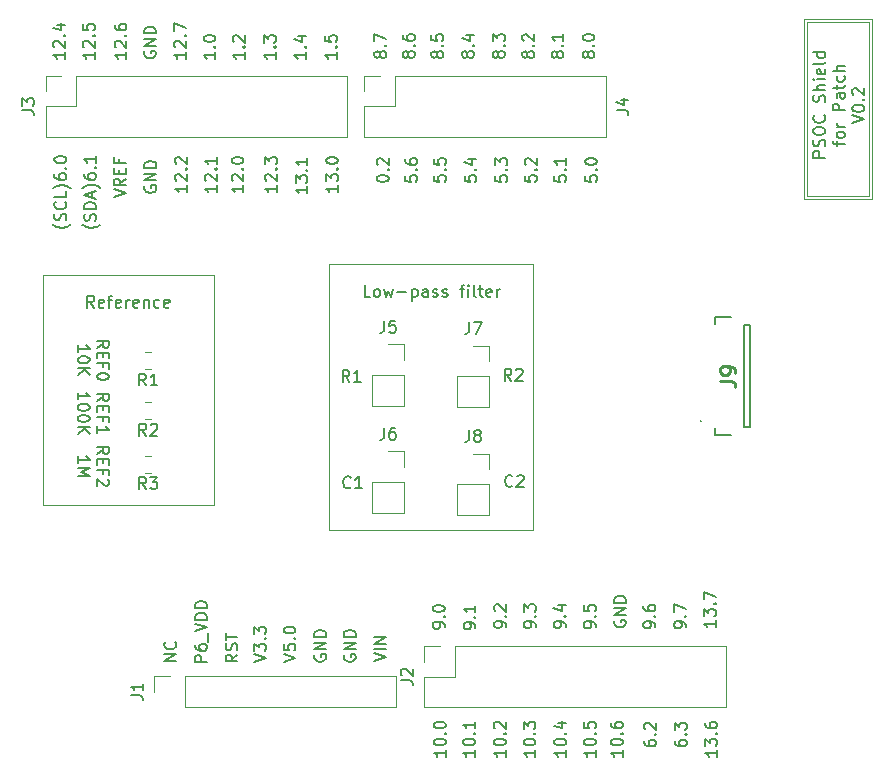
<source format=gto>
G04 #@! TF.GenerationSoftware,KiCad,Pcbnew,(5.1.10)-1*
G04 #@! TF.CreationDate,2022-05-03T13:10:24+02:00*
G04 #@! TF.ProjectId,psoc_shield,70736f63-5f73-4686-9965-6c642e6b6963,rev?*
G04 #@! TF.SameCoordinates,Original*
G04 #@! TF.FileFunction,Legend,Top*
G04 #@! TF.FilePolarity,Positive*
%FSLAX46Y46*%
G04 Gerber Fmt 4.6, Leading zero omitted, Abs format (unit mm)*
G04 Created by KiCad (PCBNEW (5.1.10)-1) date 2022-05-03 13:10:24*
%MOMM*%
%LPD*%
G01*
G04 APERTURE LIST*
%ADD10C,0.150000*%
%ADD11C,0.120000*%
%ADD12C,0.100000*%
%ADD13C,0.200000*%
%ADD14C,0.254000*%
%ADD15O,1.700000X1.700000*%
%ADD16R,1.700000X1.700000*%
%ADD17R,0.800000X0.300000*%
%ADD18R,0.800000X0.400000*%
G04 APERTURE END LIST*
D10*
X153277380Y-82276190D02*
X153277380Y-82752380D01*
X153753571Y-82800000D01*
X153705952Y-82752380D01*
X153658333Y-82657142D01*
X153658333Y-82419047D01*
X153705952Y-82323809D01*
X153753571Y-82276190D01*
X153848809Y-82228571D01*
X154086904Y-82228571D01*
X154182142Y-82276190D01*
X154229761Y-82323809D01*
X154277380Y-82419047D01*
X154277380Y-82657142D01*
X154229761Y-82752380D01*
X154182142Y-82800000D01*
X154182142Y-81800000D02*
X154229761Y-81752380D01*
X154277380Y-81800000D01*
X154229761Y-81847619D01*
X154182142Y-81800000D01*
X154277380Y-81800000D01*
X153277380Y-81133333D02*
X153277380Y-81038095D01*
X153325000Y-80942857D01*
X153372619Y-80895238D01*
X153467857Y-80847619D01*
X153658333Y-80800000D01*
X153896428Y-80800000D01*
X154086904Y-80847619D01*
X154182142Y-80895238D01*
X154229761Y-80942857D01*
X154277380Y-81038095D01*
X154277380Y-81133333D01*
X154229761Y-81228571D01*
X154182142Y-81276190D01*
X154086904Y-81323809D01*
X153896428Y-81371428D01*
X153658333Y-81371428D01*
X153467857Y-81323809D01*
X153372619Y-81276190D01*
X153325000Y-81228571D01*
X153277380Y-81133333D01*
X135652380Y-82561904D02*
X135652380Y-82466666D01*
X135700000Y-82371428D01*
X135747619Y-82323809D01*
X135842857Y-82276190D01*
X136033333Y-82228571D01*
X136271428Y-82228571D01*
X136461904Y-82276190D01*
X136557142Y-82323809D01*
X136604761Y-82371428D01*
X136652380Y-82466666D01*
X136652380Y-82561904D01*
X136604761Y-82657142D01*
X136557142Y-82704761D01*
X136461904Y-82752380D01*
X136271428Y-82800000D01*
X136033333Y-82800000D01*
X135842857Y-82752380D01*
X135747619Y-82704761D01*
X135700000Y-82657142D01*
X135652380Y-82561904D01*
X136557142Y-81800000D02*
X136604761Y-81752380D01*
X136652380Y-81800000D01*
X136604761Y-81847619D01*
X136557142Y-81800000D01*
X136652380Y-81800000D01*
X135747619Y-81371428D02*
X135700000Y-81323809D01*
X135652380Y-81228571D01*
X135652380Y-80990476D01*
X135700000Y-80895238D01*
X135747619Y-80847619D01*
X135842857Y-80800000D01*
X135938095Y-80800000D01*
X136080952Y-80847619D01*
X136652380Y-81419047D01*
X136652380Y-80800000D01*
X143077380Y-82276190D02*
X143077380Y-82752380D01*
X143553571Y-82800000D01*
X143505952Y-82752380D01*
X143458333Y-82657142D01*
X143458333Y-82419047D01*
X143505952Y-82323809D01*
X143553571Y-82276190D01*
X143648809Y-82228571D01*
X143886904Y-82228571D01*
X143982142Y-82276190D01*
X144029761Y-82323809D01*
X144077380Y-82419047D01*
X144077380Y-82657142D01*
X144029761Y-82752380D01*
X143982142Y-82800000D01*
X143982142Y-81800000D02*
X144029761Y-81752380D01*
X144077380Y-81800000D01*
X144029761Y-81847619D01*
X143982142Y-81800000D01*
X144077380Y-81800000D01*
X143410714Y-80895238D02*
X144077380Y-80895238D01*
X143029761Y-81133333D02*
X143744047Y-81371428D01*
X143744047Y-80752380D01*
X140477380Y-82276190D02*
X140477380Y-82752380D01*
X140953571Y-82800000D01*
X140905952Y-82752380D01*
X140858333Y-82657142D01*
X140858333Y-82419047D01*
X140905952Y-82323809D01*
X140953571Y-82276190D01*
X141048809Y-82228571D01*
X141286904Y-82228571D01*
X141382142Y-82276190D01*
X141429761Y-82323809D01*
X141477380Y-82419047D01*
X141477380Y-82657142D01*
X141429761Y-82752380D01*
X141382142Y-82800000D01*
X141382142Y-81800000D02*
X141429761Y-81752380D01*
X141477380Y-81800000D01*
X141429761Y-81847619D01*
X141382142Y-81800000D01*
X141477380Y-81800000D01*
X140477380Y-80847619D02*
X140477380Y-81323809D01*
X140953571Y-81371428D01*
X140905952Y-81323809D01*
X140858333Y-81228571D01*
X140858333Y-80990476D01*
X140905952Y-80895238D01*
X140953571Y-80847619D01*
X141048809Y-80800000D01*
X141286904Y-80800000D01*
X141382142Y-80847619D01*
X141429761Y-80895238D01*
X141477380Y-80990476D01*
X141477380Y-81228571D01*
X141429761Y-81323809D01*
X141382142Y-81371428D01*
X150652380Y-82276190D02*
X150652380Y-82752380D01*
X151128571Y-82800000D01*
X151080952Y-82752380D01*
X151033333Y-82657142D01*
X151033333Y-82419047D01*
X151080952Y-82323809D01*
X151128571Y-82276190D01*
X151223809Y-82228571D01*
X151461904Y-82228571D01*
X151557142Y-82276190D01*
X151604761Y-82323809D01*
X151652380Y-82419047D01*
X151652380Y-82657142D01*
X151604761Y-82752380D01*
X151557142Y-82800000D01*
X151557142Y-81800000D02*
X151604761Y-81752380D01*
X151652380Y-81800000D01*
X151604761Y-81847619D01*
X151557142Y-81800000D01*
X151652380Y-81800000D01*
X151652380Y-80800000D02*
X151652380Y-81371428D01*
X151652380Y-81085714D02*
X150652380Y-81085714D01*
X150795238Y-81180952D01*
X150890476Y-81276190D01*
X150938095Y-81371428D01*
X138052380Y-82276190D02*
X138052380Y-82752380D01*
X138528571Y-82800000D01*
X138480952Y-82752380D01*
X138433333Y-82657142D01*
X138433333Y-82419047D01*
X138480952Y-82323809D01*
X138528571Y-82276190D01*
X138623809Y-82228571D01*
X138861904Y-82228571D01*
X138957142Y-82276190D01*
X139004761Y-82323809D01*
X139052380Y-82419047D01*
X139052380Y-82657142D01*
X139004761Y-82752380D01*
X138957142Y-82800000D01*
X138957142Y-81800000D02*
X139004761Y-81752380D01*
X139052380Y-81800000D01*
X139004761Y-81847619D01*
X138957142Y-81800000D01*
X139052380Y-81800000D01*
X138052380Y-80895238D02*
X138052380Y-81085714D01*
X138100000Y-81180952D01*
X138147619Y-81228571D01*
X138290476Y-81323809D01*
X138480952Y-81371428D01*
X138861904Y-81371428D01*
X138957142Y-81323809D01*
X139004761Y-81276190D01*
X139052380Y-81180952D01*
X139052380Y-80990476D01*
X139004761Y-80895238D01*
X138957142Y-80847619D01*
X138861904Y-80800000D01*
X138623809Y-80800000D01*
X138528571Y-80847619D01*
X138480952Y-80895238D01*
X138433333Y-80990476D01*
X138433333Y-81180952D01*
X138480952Y-81276190D01*
X138528571Y-81323809D01*
X138623809Y-81371428D01*
X145677380Y-82276190D02*
X145677380Y-82752380D01*
X146153571Y-82800000D01*
X146105952Y-82752380D01*
X146058333Y-82657142D01*
X146058333Y-82419047D01*
X146105952Y-82323809D01*
X146153571Y-82276190D01*
X146248809Y-82228571D01*
X146486904Y-82228571D01*
X146582142Y-82276190D01*
X146629761Y-82323809D01*
X146677380Y-82419047D01*
X146677380Y-82657142D01*
X146629761Y-82752380D01*
X146582142Y-82800000D01*
X146582142Y-81800000D02*
X146629761Y-81752380D01*
X146677380Y-81800000D01*
X146629761Y-81847619D01*
X146582142Y-81800000D01*
X146677380Y-81800000D01*
X145677380Y-81419047D02*
X145677380Y-80800000D01*
X146058333Y-81133333D01*
X146058333Y-80990476D01*
X146105952Y-80895238D01*
X146153571Y-80847619D01*
X146248809Y-80800000D01*
X146486904Y-80800000D01*
X146582142Y-80847619D01*
X146629761Y-80895238D01*
X146677380Y-80990476D01*
X146677380Y-81276190D01*
X146629761Y-81371428D01*
X146582142Y-81419047D01*
X148177380Y-82276190D02*
X148177380Y-82752380D01*
X148653571Y-82800000D01*
X148605952Y-82752380D01*
X148558333Y-82657142D01*
X148558333Y-82419047D01*
X148605952Y-82323809D01*
X148653571Y-82276190D01*
X148748809Y-82228571D01*
X148986904Y-82228571D01*
X149082142Y-82276190D01*
X149129761Y-82323809D01*
X149177380Y-82419047D01*
X149177380Y-82657142D01*
X149129761Y-82752380D01*
X149082142Y-82800000D01*
X149082142Y-81800000D02*
X149129761Y-81752380D01*
X149177380Y-81800000D01*
X149129761Y-81847619D01*
X149082142Y-81800000D01*
X149177380Y-81800000D01*
X148272619Y-81371428D02*
X148225000Y-81323809D01*
X148177380Y-81228571D01*
X148177380Y-80990476D01*
X148225000Y-80895238D01*
X148272619Y-80847619D01*
X148367857Y-80800000D01*
X148463095Y-80800000D01*
X148605952Y-80847619D01*
X149177380Y-81419047D01*
X149177380Y-80800000D01*
X111752380Y-71804761D02*
X111752380Y-72376190D01*
X111752380Y-72090476D02*
X110752380Y-72090476D01*
X110895238Y-72185714D01*
X110990476Y-72280952D01*
X111038095Y-72376190D01*
X110847619Y-71423809D02*
X110800000Y-71376190D01*
X110752380Y-71280952D01*
X110752380Y-71042857D01*
X110800000Y-70947619D01*
X110847619Y-70900000D01*
X110942857Y-70852380D01*
X111038095Y-70852380D01*
X111180952Y-70900000D01*
X111752380Y-71471428D01*
X111752380Y-70852380D01*
X111657142Y-70423809D02*
X111704761Y-70376190D01*
X111752380Y-70423809D01*
X111704761Y-70471428D01*
X111657142Y-70423809D01*
X111752380Y-70423809D01*
X110752380Y-69471428D02*
X110752380Y-69947619D01*
X111228571Y-69995238D01*
X111180952Y-69947619D01*
X111133333Y-69852380D01*
X111133333Y-69614285D01*
X111180952Y-69519047D01*
X111228571Y-69471428D01*
X111323809Y-69423809D01*
X111561904Y-69423809D01*
X111657142Y-69471428D01*
X111704761Y-69519047D01*
X111752380Y-69614285D01*
X111752380Y-69852380D01*
X111704761Y-69947619D01*
X111657142Y-69995238D01*
X119477380Y-71804761D02*
X119477380Y-72376190D01*
X119477380Y-72090476D02*
X118477380Y-72090476D01*
X118620238Y-72185714D01*
X118715476Y-72280952D01*
X118763095Y-72376190D01*
X118572619Y-71423809D02*
X118525000Y-71376190D01*
X118477380Y-71280952D01*
X118477380Y-71042857D01*
X118525000Y-70947619D01*
X118572619Y-70900000D01*
X118667857Y-70852380D01*
X118763095Y-70852380D01*
X118905952Y-70900000D01*
X119477380Y-71471428D01*
X119477380Y-70852380D01*
X119382142Y-70423809D02*
X119429761Y-70376190D01*
X119477380Y-70423809D01*
X119429761Y-70471428D01*
X119382142Y-70423809D01*
X119477380Y-70423809D01*
X118477380Y-70042857D02*
X118477380Y-69376190D01*
X119477380Y-69804761D01*
X124452380Y-71828571D02*
X124452380Y-72400000D01*
X124452380Y-72114285D02*
X123452380Y-72114285D01*
X123595238Y-72209523D01*
X123690476Y-72304761D01*
X123738095Y-72400000D01*
X124357142Y-71400000D02*
X124404761Y-71352380D01*
X124452380Y-71400000D01*
X124404761Y-71447619D01*
X124357142Y-71400000D01*
X124452380Y-71400000D01*
X123547619Y-70971428D02*
X123500000Y-70923809D01*
X123452380Y-70828571D01*
X123452380Y-70590476D01*
X123500000Y-70495238D01*
X123547619Y-70447619D01*
X123642857Y-70400000D01*
X123738095Y-70400000D01*
X123880952Y-70447619D01*
X124452380Y-71019047D01*
X124452380Y-70400000D01*
X114452380Y-71804761D02*
X114452380Y-72376190D01*
X114452380Y-72090476D02*
X113452380Y-72090476D01*
X113595238Y-72185714D01*
X113690476Y-72280952D01*
X113738095Y-72376190D01*
X113547619Y-71423809D02*
X113500000Y-71376190D01*
X113452380Y-71280952D01*
X113452380Y-71042857D01*
X113500000Y-70947619D01*
X113547619Y-70900000D01*
X113642857Y-70852380D01*
X113738095Y-70852380D01*
X113880952Y-70900000D01*
X114452380Y-71471428D01*
X114452380Y-70852380D01*
X114357142Y-70423809D02*
X114404761Y-70376190D01*
X114452380Y-70423809D01*
X114404761Y-70471428D01*
X114357142Y-70423809D01*
X114452380Y-70423809D01*
X113452380Y-69519047D02*
X113452380Y-69709523D01*
X113500000Y-69804761D01*
X113547619Y-69852380D01*
X113690476Y-69947619D01*
X113880952Y-69995238D01*
X114261904Y-69995238D01*
X114357142Y-69947619D01*
X114404761Y-69900000D01*
X114452380Y-69804761D01*
X114452380Y-69614285D01*
X114404761Y-69519047D01*
X114357142Y-69471428D01*
X114261904Y-69423809D01*
X114023809Y-69423809D01*
X113928571Y-69471428D01*
X113880952Y-69519047D01*
X113833333Y-69614285D01*
X113833333Y-69804761D01*
X113880952Y-69900000D01*
X113928571Y-69947619D01*
X114023809Y-69995238D01*
X127077380Y-71828571D02*
X127077380Y-72400000D01*
X127077380Y-72114285D02*
X126077380Y-72114285D01*
X126220238Y-72209523D01*
X126315476Y-72304761D01*
X126363095Y-72400000D01*
X126982142Y-71400000D02*
X127029761Y-71352380D01*
X127077380Y-71400000D01*
X127029761Y-71447619D01*
X126982142Y-71400000D01*
X127077380Y-71400000D01*
X126077380Y-71019047D02*
X126077380Y-70400000D01*
X126458333Y-70733333D01*
X126458333Y-70590476D01*
X126505952Y-70495238D01*
X126553571Y-70447619D01*
X126648809Y-70400000D01*
X126886904Y-70400000D01*
X126982142Y-70447619D01*
X127029761Y-70495238D01*
X127077380Y-70590476D01*
X127077380Y-70876190D01*
X127029761Y-70971428D01*
X126982142Y-71019047D01*
X121977380Y-71828571D02*
X121977380Y-72400000D01*
X121977380Y-72114285D02*
X120977380Y-72114285D01*
X121120238Y-72209523D01*
X121215476Y-72304761D01*
X121263095Y-72400000D01*
X121882142Y-71400000D02*
X121929761Y-71352380D01*
X121977380Y-71400000D01*
X121929761Y-71447619D01*
X121882142Y-71400000D01*
X121977380Y-71400000D01*
X120977380Y-70733333D02*
X120977380Y-70638095D01*
X121025000Y-70542857D01*
X121072619Y-70495238D01*
X121167857Y-70447619D01*
X121358333Y-70400000D01*
X121596428Y-70400000D01*
X121786904Y-70447619D01*
X121882142Y-70495238D01*
X121929761Y-70542857D01*
X121977380Y-70638095D01*
X121977380Y-70733333D01*
X121929761Y-70828571D01*
X121882142Y-70876190D01*
X121786904Y-70923809D01*
X121596428Y-70971428D01*
X121358333Y-70971428D01*
X121167857Y-70923809D01*
X121072619Y-70876190D01*
X121025000Y-70828571D01*
X120977380Y-70733333D01*
X109252380Y-71804761D02*
X109252380Y-72376190D01*
X109252380Y-72090476D02*
X108252380Y-72090476D01*
X108395238Y-72185714D01*
X108490476Y-72280952D01*
X108538095Y-72376190D01*
X108347619Y-71423809D02*
X108300000Y-71376190D01*
X108252380Y-71280952D01*
X108252380Y-71042857D01*
X108300000Y-70947619D01*
X108347619Y-70900000D01*
X108442857Y-70852380D01*
X108538095Y-70852380D01*
X108680952Y-70900000D01*
X109252380Y-71471428D01*
X109252380Y-70852380D01*
X109157142Y-70423809D02*
X109204761Y-70376190D01*
X109252380Y-70423809D01*
X109204761Y-70471428D01*
X109157142Y-70423809D01*
X109252380Y-70423809D01*
X108585714Y-69519047D02*
X109252380Y-69519047D01*
X108204761Y-69757142D02*
X108919047Y-69995238D01*
X108919047Y-69376190D01*
X116000000Y-71761904D02*
X115952380Y-71857142D01*
X115952380Y-72000000D01*
X116000000Y-72142857D01*
X116095238Y-72238095D01*
X116190476Y-72285714D01*
X116380952Y-72333333D01*
X116523809Y-72333333D01*
X116714285Y-72285714D01*
X116809523Y-72238095D01*
X116904761Y-72142857D01*
X116952380Y-72000000D01*
X116952380Y-71904761D01*
X116904761Y-71761904D01*
X116857142Y-71714285D01*
X116523809Y-71714285D01*
X116523809Y-71904761D01*
X116952380Y-71285714D02*
X115952380Y-71285714D01*
X116952380Y-70714285D01*
X115952380Y-70714285D01*
X116952380Y-70238095D02*
X115952380Y-70238095D01*
X115952380Y-70000000D01*
X116000000Y-69857142D01*
X116095238Y-69761904D01*
X116190476Y-69714285D01*
X116380952Y-69666666D01*
X116523809Y-69666666D01*
X116714285Y-69714285D01*
X116809523Y-69761904D01*
X116904761Y-69857142D01*
X116952380Y-70000000D01*
X116952380Y-70238095D01*
X129677380Y-71828571D02*
X129677380Y-72400000D01*
X129677380Y-72114285D02*
X128677380Y-72114285D01*
X128820238Y-72209523D01*
X128915476Y-72304761D01*
X128963095Y-72400000D01*
X129582142Y-71400000D02*
X129629761Y-71352380D01*
X129677380Y-71400000D01*
X129629761Y-71447619D01*
X129582142Y-71400000D01*
X129677380Y-71400000D01*
X129010714Y-70495238D02*
X129677380Y-70495238D01*
X128629761Y-70733333D02*
X129344047Y-70971428D01*
X129344047Y-70352380D01*
X132252380Y-71828571D02*
X132252380Y-72400000D01*
X132252380Y-72114285D02*
X131252380Y-72114285D01*
X131395238Y-72209523D01*
X131490476Y-72304761D01*
X131538095Y-72400000D01*
X132157142Y-71400000D02*
X132204761Y-71352380D01*
X132252380Y-71400000D01*
X132204761Y-71447619D01*
X132157142Y-71400000D01*
X132252380Y-71400000D01*
X131252380Y-70447619D02*
X131252380Y-70923809D01*
X131728571Y-70971428D01*
X131680952Y-70923809D01*
X131633333Y-70828571D01*
X131633333Y-70590476D01*
X131680952Y-70495238D01*
X131728571Y-70447619D01*
X131823809Y-70400000D01*
X132061904Y-70400000D01*
X132157142Y-70447619D01*
X132204761Y-70495238D01*
X132252380Y-70590476D01*
X132252380Y-70828571D01*
X132204761Y-70923809D01*
X132157142Y-70971428D01*
X138280952Y-72109523D02*
X138233333Y-72204761D01*
X138185714Y-72252380D01*
X138090476Y-72300000D01*
X138042857Y-72300000D01*
X137947619Y-72252380D01*
X137900000Y-72204761D01*
X137852380Y-72109523D01*
X137852380Y-71919047D01*
X137900000Y-71823809D01*
X137947619Y-71776190D01*
X138042857Y-71728571D01*
X138090476Y-71728571D01*
X138185714Y-71776190D01*
X138233333Y-71823809D01*
X138280952Y-71919047D01*
X138280952Y-72109523D01*
X138328571Y-72204761D01*
X138376190Y-72252380D01*
X138471428Y-72300000D01*
X138661904Y-72300000D01*
X138757142Y-72252380D01*
X138804761Y-72204761D01*
X138852380Y-72109523D01*
X138852380Y-71919047D01*
X138804761Y-71823809D01*
X138757142Y-71776190D01*
X138661904Y-71728571D01*
X138471428Y-71728571D01*
X138376190Y-71776190D01*
X138328571Y-71823809D01*
X138280952Y-71919047D01*
X138757142Y-71300000D02*
X138804761Y-71252380D01*
X138852380Y-71300000D01*
X138804761Y-71347619D01*
X138757142Y-71300000D01*
X138852380Y-71300000D01*
X137852380Y-70395238D02*
X137852380Y-70585714D01*
X137900000Y-70680952D01*
X137947619Y-70728571D01*
X138090476Y-70823809D01*
X138280952Y-70871428D01*
X138661904Y-70871428D01*
X138757142Y-70823809D01*
X138804761Y-70776190D01*
X138852380Y-70680952D01*
X138852380Y-70490476D01*
X138804761Y-70395238D01*
X138757142Y-70347619D01*
X138661904Y-70300000D01*
X138423809Y-70300000D01*
X138328571Y-70347619D01*
X138280952Y-70395238D01*
X138233333Y-70490476D01*
X138233333Y-70680952D01*
X138280952Y-70776190D01*
X138328571Y-70823809D01*
X138423809Y-70871428D01*
X150880952Y-72109523D02*
X150833333Y-72204761D01*
X150785714Y-72252380D01*
X150690476Y-72300000D01*
X150642857Y-72300000D01*
X150547619Y-72252380D01*
X150500000Y-72204761D01*
X150452380Y-72109523D01*
X150452380Y-71919047D01*
X150500000Y-71823809D01*
X150547619Y-71776190D01*
X150642857Y-71728571D01*
X150690476Y-71728571D01*
X150785714Y-71776190D01*
X150833333Y-71823809D01*
X150880952Y-71919047D01*
X150880952Y-72109523D01*
X150928571Y-72204761D01*
X150976190Y-72252380D01*
X151071428Y-72300000D01*
X151261904Y-72300000D01*
X151357142Y-72252380D01*
X151404761Y-72204761D01*
X151452380Y-72109523D01*
X151452380Y-71919047D01*
X151404761Y-71823809D01*
X151357142Y-71776190D01*
X151261904Y-71728571D01*
X151071428Y-71728571D01*
X150976190Y-71776190D01*
X150928571Y-71823809D01*
X150880952Y-71919047D01*
X151357142Y-71300000D02*
X151404761Y-71252380D01*
X151452380Y-71300000D01*
X151404761Y-71347619D01*
X151357142Y-71300000D01*
X151452380Y-71300000D01*
X151452380Y-70300000D02*
X151452380Y-70871428D01*
X151452380Y-70585714D02*
X150452380Y-70585714D01*
X150595238Y-70680952D01*
X150690476Y-70776190D01*
X150738095Y-70871428D01*
X145905952Y-72109523D02*
X145858333Y-72204761D01*
X145810714Y-72252380D01*
X145715476Y-72300000D01*
X145667857Y-72300000D01*
X145572619Y-72252380D01*
X145525000Y-72204761D01*
X145477380Y-72109523D01*
X145477380Y-71919047D01*
X145525000Y-71823809D01*
X145572619Y-71776190D01*
X145667857Y-71728571D01*
X145715476Y-71728571D01*
X145810714Y-71776190D01*
X145858333Y-71823809D01*
X145905952Y-71919047D01*
X145905952Y-72109523D01*
X145953571Y-72204761D01*
X146001190Y-72252380D01*
X146096428Y-72300000D01*
X146286904Y-72300000D01*
X146382142Y-72252380D01*
X146429761Y-72204761D01*
X146477380Y-72109523D01*
X146477380Y-71919047D01*
X146429761Y-71823809D01*
X146382142Y-71776190D01*
X146286904Y-71728571D01*
X146096428Y-71728571D01*
X146001190Y-71776190D01*
X145953571Y-71823809D01*
X145905952Y-71919047D01*
X146382142Y-71300000D02*
X146429761Y-71252380D01*
X146477380Y-71300000D01*
X146429761Y-71347619D01*
X146382142Y-71300000D01*
X146477380Y-71300000D01*
X145477380Y-70919047D02*
X145477380Y-70300000D01*
X145858333Y-70633333D01*
X145858333Y-70490476D01*
X145905952Y-70395238D01*
X145953571Y-70347619D01*
X146048809Y-70300000D01*
X146286904Y-70300000D01*
X146382142Y-70347619D01*
X146429761Y-70395238D01*
X146477380Y-70490476D01*
X146477380Y-70776190D01*
X146429761Y-70871428D01*
X146382142Y-70919047D01*
X153505952Y-72109523D02*
X153458333Y-72204761D01*
X153410714Y-72252380D01*
X153315476Y-72300000D01*
X153267857Y-72300000D01*
X153172619Y-72252380D01*
X153125000Y-72204761D01*
X153077380Y-72109523D01*
X153077380Y-71919047D01*
X153125000Y-71823809D01*
X153172619Y-71776190D01*
X153267857Y-71728571D01*
X153315476Y-71728571D01*
X153410714Y-71776190D01*
X153458333Y-71823809D01*
X153505952Y-71919047D01*
X153505952Y-72109523D01*
X153553571Y-72204761D01*
X153601190Y-72252380D01*
X153696428Y-72300000D01*
X153886904Y-72300000D01*
X153982142Y-72252380D01*
X154029761Y-72204761D01*
X154077380Y-72109523D01*
X154077380Y-71919047D01*
X154029761Y-71823809D01*
X153982142Y-71776190D01*
X153886904Y-71728571D01*
X153696428Y-71728571D01*
X153601190Y-71776190D01*
X153553571Y-71823809D01*
X153505952Y-71919047D01*
X153982142Y-71300000D02*
X154029761Y-71252380D01*
X154077380Y-71300000D01*
X154029761Y-71347619D01*
X153982142Y-71300000D01*
X154077380Y-71300000D01*
X153077380Y-70633333D02*
X153077380Y-70538095D01*
X153125000Y-70442857D01*
X153172619Y-70395238D01*
X153267857Y-70347619D01*
X153458333Y-70300000D01*
X153696428Y-70300000D01*
X153886904Y-70347619D01*
X153982142Y-70395238D01*
X154029761Y-70442857D01*
X154077380Y-70538095D01*
X154077380Y-70633333D01*
X154029761Y-70728571D01*
X153982142Y-70776190D01*
X153886904Y-70823809D01*
X153696428Y-70871428D01*
X153458333Y-70871428D01*
X153267857Y-70823809D01*
X153172619Y-70776190D01*
X153125000Y-70728571D01*
X153077380Y-70633333D01*
X140705952Y-72109523D02*
X140658333Y-72204761D01*
X140610714Y-72252380D01*
X140515476Y-72300000D01*
X140467857Y-72300000D01*
X140372619Y-72252380D01*
X140325000Y-72204761D01*
X140277380Y-72109523D01*
X140277380Y-71919047D01*
X140325000Y-71823809D01*
X140372619Y-71776190D01*
X140467857Y-71728571D01*
X140515476Y-71728571D01*
X140610714Y-71776190D01*
X140658333Y-71823809D01*
X140705952Y-71919047D01*
X140705952Y-72109523D01*
X140753571Y-72204761D01*
X140801190Y-72252380D01*
X140896428Y-72300000D01*
X141086904Y-72300000D01*
X141182142Y-72252380D01*
X141229761Y-72204761D01*
X141277380Y-72109523D01*
X141277380Y-71919047D01*
X141229761Y-71823809D01*
X141182142Y-71776190D01*
X141086904Y-71728571D01*
X140896428Y-71728571D01*
X140801190Y-71776190D01*
X140753571Y-71823809D01*
X140705952Y-71919047D01*
X141182142Y-71300000D02*
X141229761Y-71252380D01*
X141277380Y-71300000D01*
X141229761Y-71347619D01*
X141182142Y-71300000D01*
X141277380Y-71300000D01*
X140277380Y-70347619D02*
X140277380Y-70823809D01*
X140753571Y-70871428D01*
X140705952Y-70823809D01*
X140658333Y-70728571D01*
X140658333Y-70490476D01*
X140705952Y-70395238D01*
X140753571Y-70347619D01*
X140848809Y-70300000D01*
X141086904Y-70300000D01*
X141182142Y-70347619D01*
X141229761Y-70395238D01*
X141277380Y-70490476D01*
X141277380Y-70728571D01*
X141229761Y-70823809D01*
X141182142Y-70871428D01*
X148405952Y-72109523D02*
X148358333Y-72204761D01*
X148310714Y-72252380D01*
X148215476Y-72300000D01*
X148167857Y-72300000D01*
X148072619Y-72252380D01*
X148025000Y-72204761D01*
X147977380Y-72109523D01*
X147977380Y-71919047D01*
X148025000Y-71823809D01*
X148072619Y-71776190D01*
X148167857Y-71728571D01*
X148215476Y-71728571D01*
X148310714Y-71776190D01*
X148358333Y-71823809D01*
X148405952Y-71919047D01*
X148405952Y-72109523D01*
X148453571Y-72204761D01*
X148501190Y-72252380D01*
X148596428Y-72300000D01*
X148786904Y-72300000D01*
X148882142Y-72252380D01*
X148929761Y-72204761D01*
X148977380Y-72109523D01*
X148977380Y-71919047D01*
X148929761Y-71823809D01*
X148882142Y-71776190D01*
X148786904Y-71728571D01*
X148596428Y-71728571D01*
X148501190Y-71776190D01*
X148453571Y-71823809D01*
X148405952Y-71919047D01*
X148882142Y-71300000D02*
X148929761Y-71252380D01*
X148977380Y-71300000D01*
X148929761Y-71347619D01*
X148882142Y-71300000D01*
X148977380Y-71300000D01*
X148072619Y-70871428D02*
X148025000Y-70823809D01*
X147977380Y-70728571D01*
X147977380Y-70490476D01*
X148025000Y-70395238D01*
X148072619Y-70347619D01*
X148167857Y-70300000D01*
X148263095Y-70300000D01*
X148405952Y-70347619D01*
X148977380Y-70919047D01*
X148977380Y-70300000D01*
X143305952Y-72109523D02*
X143258333Y-72204761D01*
X143210714Y-72252380D01*
X143115476Y-72300000D01*
X143067857Y-72300000D01*
X142972619Y-72252380D01*
X142925000Y-72204761D01*
X142877380Y-72109523D01*
X142877380Y-71919047D01*
X142925000Y-71823809D01*
X142972619Y-71776190D01*
X143067857Y-71728571D01*
X143115476Y-71728571D01*
X143210714Y-71776190D01*
X143258333Y-71823809D01*
X143305952Y-71919047D01*
X143305952Y-72109523D01*
X143353571Y-72204761D01*
X143401190Y-72252380D01*
X143496428Y-72300000D01*
X143686904Y-72300000D01*
X143782142Y-72252380D01*
X143829761Y-72204761D01*
X143877380Y-72109523D01*
X143877380Y-71919047D01*
X143829761Y-71823809D01*
X143782142Y-71776190D01*
X143686904Y-71728571D01*
X143496428Y-71728571D01*
X143401190Y-71776190D01*
X143353571Y-71823809D01*
X143305952Y-71919047D01*
X143782142Y-71300000D02*
X143829761Y-71252380D01*
X143877380Y-71300000D01*
X143829761Y-71347619D01*
X143782142Y-71300000D01*
X143877380Y-71300000D01*
X143210714Y-70395238D02*
X143877380Y-70395238D01*
X142829761Y-70633333D02*
X143544047Y-70871428D01*
X143544047Y-70252380D01*
X135880952Y-72109523D02*
X135833333Y-72204761D01*
X135785714Y-72252380D01*
X135690476Y-72300000D01*
X135642857Y-72300000D01*
X135547619Y-72252380D01*
X135500000Y-72204761D01*
X135452380Y-72109523D01*
X135452380Y-71919047D01*
X135500000Y-71823809D01*
X135547619Y-71776190D01*
X135642857Y-71728571D01*
X135690476Y-71728571D01*
X135785714Y-71776190D01*
X135833333Y-71823809D01*
X135880952Y-71919047D01*
X135880952Y-72109523D01*
X135928571Y-72204761D01*
X135976190Y-72252380D01*
X136071428Y-72300000D01*
X136261904Y-72300000D01*
X136357142Y-72252380D01*
X136404761Y-72204761D01*
X136452380Y-72109523D01*
X136452380Y-71919047D01*
X136404761Y-71823809D01*
X136357142Y-71776190D01*
X136261904Y-71728571D01*
X136071428Y-71728571D01*
X135976190Y-71776190D01*
X135928571Y-71823809D01*
X135880952Y-71919047D01*
X136357142Y-71300000D02*
X136404761Y-71252380D01*
X136452380Y-71300000D01*
X136404761Y-71347619D01*
X136357142Y-71300000D01*
X136452380Y-71300000D01*
X135452380Y-70919047D02*
X135452380Y-70252380D01*
X136452380Y-70680952D01*
D11*
X148900000Y-89800000D02*
X131600000Y-89800000D01*
X148900000Y-112300000D02*
X148900000Y-89800000D01*
X131600000Y-112300000D02*
X148900000Y-112300000D01*
X131600000Y-89800000D02*
X131600000Y-112300000D01*
D10*
X135109523Y-92552380D02*
X134633333Y-92552380D01*
X134633333Y-91552380D01*
X135585714Y-92552380D02*
X135490476Y-92504761D01*
X135442857Y-92457142D01*
X135395238Y-92361904D01*
X135395238Y-92076190D01*
X135442857Y-91980952D01*
X135490476Y-91933333D01*
X135585714Y-91885714D01*
X135728571Y-91885714D01*
X135823809Y-91933333D01*
X135871428Y-91980952D01*
X135919047Y-92076190D01*
X135919047Y-92361904D01*
X135871428Y-92457142D01*
X135823809Y-92504761D01*
X135728571Y-92552380D01*
X135585714Y-92552380D01*
X136252380Y-91885714D02*
X136442857Y-92552380D01*
X136633333Y-92076190D01*
X136823809Y-92552380D01*
X137014285Y-91885714D01*
X137395238Y-92171428D02*
X138157142Y-92171428D01*
X138633333Y-91885714D02*
X138633333Y-92885714D01*
X138633333Y-91933333D02*
X138728571Y-91885714D01*
X138919047Y-91885714D01*
X139014285Y-91933333D01*
X139061904Y-91980952D01*
X139109523Y-92076190D01*
X139109523Y-92361904D01*
X139061904Y-92457142D01*
X139014285Y-92504761D01*
X138919047Y-92552380D01*
X138728571Y-92552380D01*
X138633333Y-92504761D01*
X139966666Y-92552380D02*
X139966666Y-92028571D01*
X139919047Y-91933333D01*
X139823809Y-91885714D01*
X139633333Y-91885714D01*
X139538095Y-91933333D01*
X139966666Y-92504761D02*
X139871428Y-92552380D01*
X139633333Y-92552380D01*
X139538095Y-92504761D01*
X139490476Y-92409523D01*
X139490476Y-92314285D01*
X139538095Y-92219047D01*
X139633333Y-92171428D01*
X139871428Y-92171428D01*
X139966666Y-92123809D01*
X140395238Y-92504761D02*
X140490476Y-92552380D01*
X140680952Y-92552380D01*
X140776190Y-92504761D01*
X140823809Y-92409523D01*
X140823809Y-92361904D01*
X140776190Y-92266666D01*
X140680952Y-92219047D01*
X140538095Y-92219047D01*
X140442857Y-92171428D01*
X140395238Y-92076190D01*
X140395238Y-92028571D01*
X140442857Y-91933333D01*
X140538095Y-91885714D01*
X140680952Y-91885714D01*
X140776190Y-91933333D01*
X141204761Y-92504761D02*
X141300000Y-92552380D01*
X141490476Y-92552380D01*
X141585714Y-92504761D01*
X141633333Y-92409523D01*
X141633333Y-92361904D01*
X141585714Y-92266666D01*
X141490476Y-92219047D01*
X141347619Y-92219047D01*
X141252380Y-92171428D01*
X141204761Y-92076190D01*
X141204761Y-92028571D01*
X141252380Y-91933333D01*
X141347619Y-91885714D01*
X141490476Y-91885714D01*
X141585714Y-91933333D01*
X142680952Y-91885714D02*
X143061904Y-91885714D01*
X142823809Y-92552380D02*
X142823809Y-91695238D01*
X142871428Y-91600000D01*
X142966666Y-91552380D01*
X143061904Y-91552380D01*
X143395238Y-92552380D02*
X143395238Y-91885714D01*
X143395238Y-91552380D02*
X143347619Y-91600000D01*
X143395238Y-91647619D01*
X143442857Y-91600000D01*
X143395238Y-91552380D01*
X143395238Y-91647619D01*
X144014285Y-92552380D02*
X143919047Y-92504761D01*
X143871428Y-92409523D01*
X143871428Y-91552380D01*
X144252380Y-91885714D02*
X144633333Y-91885714D01*
X144395238Y-91552380D02*
X144395238Y-92409523D01*
X144442857Y-92504761D01*
X144538095Y-92552380D01*
X144633333Y-92552380D01*
X145347619Y-92504761D02*
X145252380Y-92552380D01*
X145061904Y-92552380D01*
X144966666Y-92504761D01*
X144919047Y-92409523D01*
X144919047Y-92028571D01*
X144966666Y-91933333D01*
X145061904Y-91885714D01*
X145252380Y-91885714D01*
X145347619Y-91933333D01*
X145395238Y-92028571D01*
X145395238Y-92123809D01*
X144919047Y-92219047D01*
X145823809Y-92552380D02*
X145823809Y-91885714D01*
X145823809Y-92076190D02*
X145871428Y-91980952D01*
X145919047Y-91933333D01*
X146014285Y-91885714D01*
X146109523Y-91885714D01*
X147033333Y-99652380D02*
X146700000Y-99176190D01*
X146461904Y-99652380D02*
X146461904Y-98652380D01*
X146842857Y-98652380D01*
X146938095Y-98700000D01*
X146985714Y-98747619D01*
X147033333Y-98842857D01*
X147033333Y-98985714D01*
X146985714Y-99080952D01*
X146938095Y-99128571D01*
X146842857Y-99176190D01*
X146461904Y-99176190D01*
X147414285Y-98747619D02*
X147461904Y-98700000D01*
X147557142Y-98652380D01*
X147795238Y-98652380D01*
X147890476Y-98700000D01*
X147938095Y-98747619D01*
X147985714Y-98842857D01*
X147985714Y-98938095D01*
X147938095Y-99080952D01*
X147366666Y-99652380D01*
X147985714Y-99652380D01*
X147133333Y-108557142D02*
X147085714Y-108604761D01*
X146942857Y-108652380D01*
X146847619Y-108652380D01*
X146704761Y-108604761D01*
X146609523Y-108509523D01*
X146561904Y-108414285D01*
X146514285Y-108223809D01*
X146514285Y-108080952D01*
X146561904Y-107890476D01*
X146609523Y-107795238D01*
X146704761Y-107700000D01*
X146847619Y-107652380D01*
X146942857Y-107652380D01*
X147085714Y-107700000D01*
X147133333Y-107747619D01*
X147514285Y-107747619D02*
X147561904Y-107700000D01*
X147657142Y-107652380D01*
X147895238Y-107652380D01*
X147990476Y-107700000D01*
X148038095Y-107747619D01*
X148085714Y-107842857D01*
X148085714Y-107938095D01*
X148038095Y-108080952D01*
X147466666Y-108652380D01*
X148085714Y-108652380D01*
X133433333Y-108657142D02*
X133385714Y-108704761D01*
X133242857Y-108752380D01*
X133147619Y-108752380D01*
X133004761Y-108704761D01*
X132909523Y-108609523D01*
X132861904Y-108514285D01*
X132814285Y-108323809D01*
X132814285Y-108180952D01*
X132861904Y-107990476D01*
X132909523Y-107895238D01*
X133004761Y-107800000D01*
X133147619Y-107752380D01*
X133242857Y-107752380D01*
X133385714Y-107800000D01*
X133433333Y-107847619D01*
X134385714Y-108752380D02*
X133814285Y-108752380D01*
X134100000Y-108752380D02*
X134100000Y-107752380D01*
X134004761Y-107895238D01*
X133909523Y-107990476D01*
X133814285Y-108038095D01*
X133333333Y-99752380D02*
X133000000Y-99276190D01*
X132761904Y-99752380D02*
X132761904Y-98752380D01*
X133142857Y-98752380D01*
X133238095Y-98800000D01*
X133285714Y-98847619D01*
X133333333Y-98942857D01*
X133333333Y-99085714D01*
X133285714Y-99180952D01*
X133238095Y-99228571D01*
X133142857Y-99276190D01*
X132761904Y-99276190D01*
X134285714Y-99752380D02*
X133714285Y-99752380D01*
X134000000Y-99752380D02*
X134000000Y-98752380D01*
X133904761Y-98895238D01*
X133809523Y-98990476D01*
X133714285Y-99038095D01*
D11*
X177300000Y-84000000D02*
X177300000Y-69250000D01*
X172100000Y-84000000D02*
X177300000Y-84000000D01*
X172100000Y-69250000D02*
X172100000Y-84000000D01*
X177300000Y-69250000D02*
X172100000Y-69250000D01*
X177600000Y-69000000D02*
X171850000Y-69000000D01*
X171850000Y-69000000D02*
X171850000Y-84250000D01*
X177600000Y-84250000D02*
X177600000Y-69000000D01*
X171850000Y-84250000D02*
X177600000Y-84250000D01*
D10*
X173602380Y-80752380D02*
X172602380Y-80752380D01*
X172602380Y-80371428D01*
X172650000Y-80276190D01*
X172697619Y-80228571D01*
X172792857Y-80180952D01*
X172935714Y-80180952D01*
X173030952Y-80228571D01*
X173078571Y-80276190D01*
X173126190Y-80371428D01*
X173126190Y-80752380D01*
X173554761Y-79800000D02*
X173602380Y-79657142D01*
X173602380Y-79419047D01*
X173554761Y-79323809D01*
X173507142Y-79276190D01*
X173411904Y-79228571D01*
X173316666Y-79228571D01*
X173221428Y-79276190D01*
X173173809Y-79323809D01*
X173126190Y-79419047D01*
X173078571Y-79609523D01*
X173030952Y-79704761D01*
X172983333Y-79752380D01*
X172888095Y-79800000D01*
X172792857Y-79800000D01*
X172697619Y-79752380D01*
X172650000Y-79704761D01*
X172602380Y-79609523D01*
X172602380Y-79371428D01*
X172650000Y-79228571D01*
X172602380Y-78609523D02*
X172602380Y-78419047D01*
X172650000Y-78323809D01*
X172745238Y-78228571D01*
X172935714Y-78180952D01*
X173269047Y-78180952D01*
X173459523Y-78228571D01*
X173554761Y-78323809D01*
X173602380Y-78419047D01*
X173602380Y-78609523D01*
X173554761Y-78704761D01*
X173459523Y-78800000D01*
X173269047Y-78847619D01*
X172935714Y-78847619D01*
X172745238Y-78800000D01*
X172650000Y-78704761D01*
X172602380Y-78609523D01*
X173507142Y-77180952D02*
X173554761Y-77228571D01*
X173602380Y-77371428D01*
X173602380Y-77466666D01*
X173554761Y-77609523D01*
X173459523Y-77704761D01*
X173364285Y-77752380D01*
X173173809Y-77800000D01*
X173030952Y-77800000D01*
X172840476Y-77752380D01*
X172745238Y-77704761D01*
X172650000Y-77609523D01*
X172602380Y-77466666D01*
X172602380Y-77371428D01*
X172650000Y-77228571D01*
X172697619Y-77180952D01*
X173554761Y-76038095D02*
X173602380Y-75895238D01*
X173602380Y-75657142D01*
X173554761Y-75561904D01*
X173507142Y-75514285D01*
X173411904Y-75466666D01*
X173316666Y-75466666D01*
X173221428Y-75514285D01*
X173173809Y-75561904D01*
X173126190Y-75657142D01*
X173078571Y-75847619D01*
X173030952Y-75942857D01*
X172983333Y-75990476D01*
X172888095Y-76038095D01*
X172792857Y-76038095D01*
X172697619Y-75990476D01*
X172650000Y-75942857D01*
X172602380Y-75847619D01*
X172602380Y-75609523D01*
X172650000Y-75466666D01*
X173602380Y-75038095D02*
X172602380Y-75038095D01*
X173602380Y-74609523D02*
X173078571Y-74609523D01*
X172983333Y-74657142D01*
X172935714Y-74752380D01*
X172935714Y-74895238D01*
X172983333Y-74990476D01*
X173030952Y-75038095D01*
X173602380Y-74133333D02*
X172935714Y-74133333D01*
X172602380Y-74133333D02*
X172650000Y-74180952D01*
X172697619Y-74133333D01*
X172650000Y-74085714D01*
X172602380Y-74133333D01*
X172697619Y-74133333D01*
X173554761Y-73276190D02*
X173602380Y-73371428D01*
X173602380Y-73561904D01*
X173554761Y-73657142D01*
X173459523Y-73704761D01*
X173078571Y-73704761D01*
X172983333Y-73657142D01*
X172935714Y-73561904D01*
X172935714Y-73371428D01*
X172983333Y-73276190D01*
X173078571Y-73228571D01*
X173173809Y-73228571D01*
X173269047Y-73704761D01*
X173602380Y-72657142D02*
X173554761Y-72752380D01*
X173459523Y-72800000D01*
X172602380Y-72800000D01*
X173602380Y-71847619D02*
X172602380Y-71847619D01*
X173554761Y-71847619D02*
X173602380Y-71942857D01*
X173602380Y-72133333D01*
X173554761Y-72228571D01*
X173507142Y-72276190D01*
X173411904Y-72323809D01*
X173126190Y-72323809D01*
X173030952Y-72276190D01*
X172983333Y-72228571D01*
X172935714Y-72133333D01*
X172935714Y-71942857D01*
X172983333Y-71847619D01*
X174585714Y-79752380D02*
X174585714Y-79371428D01*
X175252380Y-79609523D02*
X174395238Y-79609523D01*
X174300000Y-79561904D01*
X174252380Y-79466666D01*
X174252380Y-79371428D01*
X175252380Y-78895238D02*
X175204761Y-78990476D01*
X175157142Y-79038095D01*
X175061904Y-79085714D01*
X174776190Y-79085714D01*
X174680952Y-79038095D01*
X174633333Y-78990476D01*
X174585714Y-78895238D01*
X174585714Y-78752380D01*
X174633333Y-78657142D01*
X174680952Y-78609523D01*
X174776190Y-78561904D01*
X175061904Y-78561904D01*
X175157142Y-78609523D01*
X175204761Y-78657142D01*
X175252380Y-78752380D01*
X175252380Y-78895238D01*
X175252380Y-78133333D02*
X174585714Y-78133333D01*
X174776190Y-78133333D02*
X174680952Y-78085714D01*
X174633333Y-78038095D01*
X174585714Y-77942857D01*
X174585714Y-77847619D01*
X175252380Y-76752380D02*
X174252380Y-76752380D01*
X174252380Y-76371428D01*
X174300000Y-76276190D01*
X174347619Y-76228571D01*
X174442857Y-76180952D01*
X174585714Y-76180952D01*
X174680952Y-76228571D01*
X174728571Y-76276190D01*
X174776190Y-76371428D01*
X174776190Y-76752380D01*
X175252380Y-75323809D02*
X174728571Y-75323809D01*
X174633333Y-75371428D01*
X174585714Y-75466666D01*
X174585714Y-75657142D01*
X174633333Y-75752380D01*
X175204761Y-75323809D02*
X175252380Y-75419047D01*
X175252380Y-75657142D01*
X175204761Y-75752380D01*
X175109523Y-75800000D01*
X175014285Y-75800000D01*
X174919047Y-75752380D01*
X174871428Y-75657142D01*
X174871428Y-75419047D01*
X174823809Y-75323809D01*
X174585714Y-74990476D02*
X174585714Y-74609523D01*
X174252380Y-74847619D02*
X175109523Y-74847619D01*
X175204761Y-74800000D01*
X175252380Y-74704761D01*
X175252380Y-74609523D01*
X175204761Y-73847619D02*
X175252380Y-73942857D01*
X175252380Y-74133333D01*
X175204761Y-74228571D01*
X175157142Y-74276190D01*
X175061904Y-74323809D01*
X174776190Y-74323809D01*
X174680952Y-74276190D01*
X174633333Y-74228571D01*
X174585714Y-74133333D01*
X174585714Y-73942857D01*
X174633333Y-73847619D01*
X175252380Y-73419047D02*
X174252380Y-73419047D01*
X175252380Y-72990476D02*
X174728571Y-72990476D01*
X174633333Y-73038095D01*
X174585714Y-73133333D01*
X174585714Y-73276190D01*
X174633333Y-73371428D01*
X174680952Y-73419047D01*
X175902380Y-77823809D02*
X176902380Y-77490476D01*
X175902380Y-77157142D01*
X175902380Y-76633333D02*
X175902380Y-76538095D01*
X175950000Y-76442857D01*
X175997619Y-76395238D01*
X176092857Y-76347619D01*
X176283333Y-76300000D01*
X176521428Y-76300000D01*
X176711904Y-76347619D01*
X176807142Y-76395238D01*
X176854761Y-76442857D01*
X176902380Y-76538095D01*
X176902380Y-76633333D01*
X176854761Y-76728571D01*
X176807142Y-76776190D01*
X176711904Y-76823809D01*
X176521428Y-76871428D01*
X176283333Y-76871428D01*
X176092857Y-76823809D01*
X175997619Y-76776190D01*
X175950000Y-76728571D01*
X175902380Y-76633333D01*
X176807142Y-75871428D02*
X176854761Y-75823809D01*
X176902380Y-75871428D01*
X176854761Y-75919047D01*
X176807142Y-75871428D01*
X176902380Y-75871428D01*
X175997619Y-75442857D02*
X175950000Y-75395238D01*
X175902380Y-75300000D01*
X175902380Y-75061904D01*
X175950000Y-74966666D01*
X175997619Y-74919047D01*
X176092857Y-74871428D01*
X176188095Y-74871428D01*
X176330952Y-74919047D01*
X176902380Y-75490476D01*
X176902380Y-74871428D01*
D11*
X107400000Y-110200000D02*
X121900000Y-110200000D01*
X107400000Y-90700000D02*
X107400000Y-110200000D01*
X121900000Y-90700000D02*
X107400000Y-90700000D01*
X121900000Y-110200000D02*
X121900000Y-90700000D01*
D10*
X111972619Y-105852380D02*
X112448809Y-105519047D01*
X111972619Y-105280952D02*
X112972619Y-105280952D01*
X112972619Y-105661904D01*
X112925000Y-105757142D01*
X112877380Y-105804761D01*
X112782142Y-105852380D01*
X112639285Y-105852380D01*
X112544047Y-105804761D01*
X112496428Y-105757142D01*
X112448809Y-105661904D01*
X112448809Y-105280952D01*
X112496428Y-106280952D02*
X112496428Y-106614285D01*
X111972619Y-106757142D02*
X111972619Y-106280952D01*
X112972619Y-106280952D01*
X112972619Y-106757142D01*
X112496428Y-107519047D02*
X112496428Y-107185714D01*
X111972619Y-107185714D02*
X112972619Y-107185714D01*
X112972619Y-107661904D01*
X112877380Y-107995238D02*
X112925000Y-108042857D01*
X112972619Y-108138095D01*
X112972619Y-108376190D01*
X112925000Y-108471428D01*
X112877380Y-108519047D01*
X112782142Y-108566666D01*
X112686904Y-108566666D01*
X112544047Y-108519047D01*
X111972619Y-107947619D01*
X111972619Y-108566666D01*
X110322619Y-106614285D02*
X110322619Y-106042857D01*
X110322619Y-106328571D02*
X111322619Y-106328571D01*
X111179761Y-106233333D01*
X111084523Y-106138095D01*
X111036904Y-106042857D01*
X110322619Y-107042857D02*
X111322619Y-107042857D01*
X110608333Y-107376190D01*
X111322619Y-107709523D01*
X110322619Y-107709523D01*
X111972619Y-101352380D02*
X112448809Y-101019047D01*
X111972619Y-100780952D02*
X112972619Y-100780952D01*
X112972619Y-101161904D01*
X112925000Y-101257142D01*
X112877380Y-101304761D01*
X112782142Y-101352380D01*
X112639285Y-101352380D01*
X112544047Y-101304761D01*
X112496428Y-101257142D01*
X112448809Y-101161904D01*
X112448809Y-100780952D01*
X112496428Y-101780952D02*
X112496428Y-102114285D01*
X111972619Y-102257142D02*
X111972619Y-101780952D01*
X112972619Y-101780952D01*
X112972619Y-102257142D01*
X112496428Y-103019047D02*
X112496428Y-102685714D01*
X111972619Y-102685714D02*
X112972619Y-102685714D01*
X112972619Y-103161904D01*
X111972619Y-104066666D02*
X111972619Y-103495238D01*
X111972619Y-103780952D02*
X112972619Y-103780952D01*
X112829761Y-103685714D01*
X112734523Y-103590476D01*
X112686904Y-103495238D01*
X110322619Y-101233333D02*
X110322619Y-100661904D01*
X110322619Y-100947619D02*
X111322619Y-100947619D01*
X111179761Y-100852380D01*
X111084523Y-100757142D01*
X111036904Y-100661904D01*
X111322619Y-101852380D02*
X111322619Y-101947619D01*
X111275000Y-102042857D01*
X111227380Y-102090476D01*
X111132142Y-102138095D01*
X110941666Y-102185714D01*
X110703571Y-102185714D01*
X110513095Y-102138095D01*
X110417857Y-102090476D01*
X110370238Y-102042857D01*
X110322619Y-101947619D01*
X110322619Y-101852380D01*
X110370238Y-101757142D01*
X110417857Y-101709523D01*
X110513095Y-101661904D01*
X110703571Y-101614285D01*
X110941666Y-101614285D01*
X111132142Y-101661904D01*
X111227380Y-101709523D01*
X111275000Y-101757142D01*
X111322619Y-101852380D01*
X111322619Y-102804761D02*
X111322619Y-102900000D01*
X111275000Y-102995238D01*
X111227380Y-103042857D01*
X111132142Y-103090476D01*
X110941666Y-103138095D01*
X110703571Y-103138095D01*
X110513095Y-103090476D01*
X110417857Y-103042857D01*
X110370238Y-102995238D01*
X110322619Y-102900000D01*
X110322619Y-102804761D01*
X110370238Y-102709523D01*
X110417857Y-102661904D01*
X110513095Y-102614285D01*
X110703571Y-102566666D01*
X110941666Y-102566666D01*
X111132142Y-102614285D01*
X111227380Y-102661904D01*
X111275000Y-102709523D01*
X111322619Y-102804761D01*
X110322619Y-103566666D02*
X111322619Y-103566666D01*
X110322619Y-104138095D02*
X110894047Y-103709523D01*
X111322619Y-104138095D02*
X110751190Y-103566666D01*
X111972619Y-96852380D02*
X112448809Y-96519047D01*
X111972619Y-96280952D02*
X112972619Y-96280952D01*
X112972619Y-96661904D01*
X112925000Y-96757142D01*
X112877380Y-96804761D01*
X112782142Y-96852380D01*
X112639285Y-96852380D01*
X112544047Y-96804761D01*
X112496428Y-96757142D01*
X112448809Y-96661904D01*
X112448809Y-96280952D01*
X112496428Y-97280952D02*
X112496428Y-97614285D01*
X111972619Y-97757142D02*
X111972619Y-97280952D01*
X112972619Y-97280952D01*
X112972619Y-97757142D01*
X112496428Y-98519047D02*
X112496428Y-98185714D01*
X111972619Y-98185714D02*
X112972619Y-98185714D01*
X112972619Y-98661904D01*
X112972619Y-99233333D02*
X112972619Y-99328571D01*
X112925000Y-99423809D01*
X112877380Y-99471428D01*
X112782142Y-99519047D01*
X112591666Y-99566666D01*
X112353571Y-99566666D01*
X112163095Y-99519047D01*
X112067857Y-99471428D01*
X112020238Y-99423809D01*
X111972619Y-99328571D01*
X111972619Y-99233333D01*
X112020238Y-99138095D01*
X112067857Y-99090476D01*
X112163095Y-99042857D01*
X112353571Y-98995238D01*
X112591666Y-98995238D01*
X112782142Y-99042857D01*
X112877380Y-99090476D01*
X112925000Y-99138095D01*
X112972619Y-99233333D01*
X110322619Y-97209523D02*
X110322619Y-96638095D01*
X110322619Y-96923809D02*
X111322619Y-96923809D01*
X111179761Y-96828571D01*
X111084523Y-96733333D01*
X111036904Y-96638095D01*
X111322619Y-97828571D02*
X111322619Y-97923809D01*
X111275000Y-98019047D01*
X111227380Y-98066666D01*
X111132142Y-98114285D01*
X110941666Y-98161904D01*
X110703571Y-98161904D01*
X110513095Y-98114285D01*
X110417857Y-98066666D01*
X110370238Y-98019047D01*
X110322619Y-97923809D01*
X110322619Y-97828571D01*
X110370238Y-97733333D01*
X110417857Y-97685714D01*
X110513095Y-97638095D01*
X110703571Y-97590476D01*
X110941666Y-97590476D01*
X111132142Y-97638095D01*
X111227380Y-97685714D01*
X111275000Y-97733333D01*
X111322619Y-97828571D01*
X110322619Y-98590476D02*
X111322619Y-98590476D01*
X110322619Y-99161904D02*
X110894047Y-98733333D01*
X111322619Y-99161904D02*
X110751190Y-98590476D01*
X111719047Y-93452380D02*
X111385714Y-92976190D01*
X111147619Y-93452380D02*
X111147619Y-92452380D01*
X111528571Y-92452380D01*
X111623809Y-92500000D01*
X111671428Y-92547619D01*
X111719047Y-92642857D01*
X111719047Y-92785714D01*
X111671428Y-92880952D01*
X111623809Y-92928571D01*
X111528571Y-92976190D01*
X111147619Y-92976190D01*
X112528571Y-93404761D02*
X112433333Y-93452380D01*
X112242857Y-93452380D01*
X112147619Y-93404761D01*
X112100000Y-93309523D01*
X112100000Y-92928571D01*
X112147619Y-92833333D01*
X112242857Y-92785714D01*
X112433333Y-92785714D01*
X112528571Y-92833333D01*
X112576190Y-92928571D01*
X112576190Y-93023809D01*
X112100000Y-93119047D01*
X112861904Y-92785714D02*
X113242857Y-92785714D01*
X113004761Y-93452380D02*
X113004761Y-92595238D01*
X113052380Y-92500000D01*
X113147619Y-92452380D01*
X113242857Y-92452380D01*
X113957142Y-93404761D02*
X113861904Y-93452380D01*
X113671428Y-93452380D01*
X113576190Y-93404761D01*
X113528571Y-93309523D01*
X113528571Y-92928571D01*
X113576190Y-92833333D01*
X113671428Y-92785714D01*
X113861904Y-92785714D01*
X113957142Y-92833333D01*
X114004761Y-92928571D01*
X114004761Y-93023809D01*
X113528571Y-93119047D01*
X114433333Y-93452380D02*
X114433333Y-92785714D01*
X114433333Y-92976190D02*
X114480952Y-92880952D01*
X114528571Y-92833333D01*
X114623809Y-92785714D01*
X114719047Y-92785714D01*
X115433333Y-93404761D02*
X115338095Y-93452380D01*
X115147619Y-93452380D01*
X115052380Y-93404761D01*
X115004761Y-93309523D01*
X115004761Y-92928571D01*
X115052380Y-92833333D01*
X115147619Y-92785714D01*
X115338095Y-92785714D01*
X115433333Y-92833333D01*
X115480952Y-92928571D01*
X115480952Y-93023809D01*
X115004761Y-93119047D01*
X115909523Y-92785714D02*
X115909523Y-93452380D01*
X115909523Y-92880952D02*
X115957142Y-92833333D01*
X116052380Y-92785714D01*
X116195238Y-92785714D01*
X116290476Y-92833333D01*
X116338095Y-92928571D01*
X116338095Y-93452380D01*
X117242857Y-93404761D02*
X117147619Y-93452380D01*
X116957142Y-93452380D01*
X116861904Y-93404761D01*
X116814285Y-93357142D01*
X116766666Y-93261904D01*
X116766666Y-92976190D01*
X116814285Y-92880952D01*
X116861904Y-92833333D01*
X116957142Y-92785714D01*
X117147619Y-92785714D01*
X117242857Y-92833333D01*
X118052380Y-93404761D02*
X117957142Y-93452380D01*
X117766666Y-93452380D01*
X117671428Y-93404761D01*
X117623809Y-93309523D01*
X117623809Y-92928571D01*
X117671428Y-92833333D01*
X117766666Y-92785714D01*
X117957142Y-92785714D01*
X118052380Y-92833333D01*
X118100000Y-92928571D01*
X118100000Y-93023809D01*
X117623809Y-93119047D01*
X132352380Y-83104761D02*
X132352380Y-83676190D01*
X132352380Y-83390476D02*
X131352380Y-83390476D01*
X131495238Y-83485714D01*
X131590476Y-83580952D01*
X131638095Y-83676190D01*
X131352380Y-82771428D02*
X131352380Y-82152380D01*
X131733333Y-82485714D01*
X131733333Y-82342857D01*
X131780952Y-82247619D01*
X131828571Y-82200000D01*
X131923809Y-82152380D01*
X132161904Y-82152380D01*
X132257142Y-82200000D01*
X132304761Y-82247619D01*
X132352380Y-82342857D01*
X132352380Y-82628571D01*
X132304761Y-82723809D01*
X132257142Y-82771428D01*
X132257142Y-81723809D02*
X132304761Y-81676190D01*
X132352380Y-81723809D01*
X132304761Y-81771428D01*
X132257142Y-81723809D01*
X132352380Y-81723809D01*
X131352380Y-81057142D02*
X131352380Y-80961904D01*
X131400000Y-80866666D01*
X131447619Y-80819047D01*
X131542857Y-80771428D01*
X131733333Y-80723809D01*
X131971428Y-80723809D01*
X132161904Y-80771428D01*
X132257142Y-80819047D01*
X132304761Y-80866666D01*
X132352380Y-80961904D01*
X132352380Y-81057142D01*
X132304761Y-81152380D01*
X132257142Y-81200000D01*
X132161904Y-81247619D01*
X131971428Y-81295238D01*
X131733333Y-81295238D01*
X131542857Y-81247619D01*
X131447619Y-81200000D01*
X131400000Y-81152380D01*
X131352380Y-81057142D01*
X109733333Y-86414285D02*
X109685714Y-86461904D01*
X109542857Y-86557142D01*
X109447619Y-86604761D01*
X109304761Y-86652380D01*
X109066666Y-86700000D01*
X108876190Y-86700000D01*
X108638095Y-86652380D01*
X108495238Y-86604761D01*
X108400000Y-86557142D01*
X108257142Y-86461904D01*
X108209523Y-86414285D01*
X109304761Y-86080952D02*
X109352380Y-85938095D01*
X109352380Y-85700000D01*
X109304761Y-85604761D01*
X109257142Y-85557142D01*
X109161904Y-85509523D01*
X109066666Y-85509523D01*
X108971428Y-85557142D01*
X108923809Y-85604761D01*
X108876190Y-85700000D01*
X108828571Y-85890476D01*
X108780952Y-85985714D01*
X108733333Y-86033333D01*
X108638095Y-86080952D01*
X108542857Y-86080952D01*
X108447619Y-86033333D01*
X108400000Y-85985714D01*
X108352380Y-85890476D01*
X108352380Y-85652380D01*
X108400000Y-85509523D01*
X109257142Y-84509523D02*
X109304761Y-84557142D01*
X109352380Y-84700000D01*
X109352380Y-84795238D01*
X109304761Y-84938095D01*
X109209523Y-85033333D01*
X109114285Y-85080952D01*
X108923809Y-85128571D01*
X108780952Y-85128571D01*
X108590476Y-85080952D01*
X108495238Y-85033333D01*
X108400000Y-84938095D01*
X108352380Y-84795238D01*
X108352380Y-84700000D01*
X108400000Y-84557142D01*
X108447619Y-84509523D01*
X109352380Y-83604761D02*
X109352380Y-84080952D01*
X108352380Y-84080952D01*
X109733333Y-83366666D02*
X109685714Y-83319047D01*
X109542857Y-83223809D01*
X109447619Y-83176190D01*
X109304761Y-83128571D01*
X109066666Y-83080952D01*
X108876190Y-83080952D01*
X108638095Y-83128571D01*
X108495238Y-83176190D01*
X108400000Y-83223809D01*
X108257142Y-83319047D01*
X108209523Y-83366666D01*
X108352380Y-82176190D02*
X108352380Y-82366666D01*
X108400000Y-82461904D01*
X108447619Y-82509523D01*
X108590476Y-82604761D01*
X108780952Y-82652380D01*
X109161904Y-82652380D01*
X109257142Y-82604761D01*
X109304761Y-82557142D01*
X109352380Y-82461904D01*
X109352380Y-82271428D01*
X109304761Y-82176190D01*
X109257142Y-82128571D01*
X109161904Y-82080952D01*
X108923809Y-82080952D01*
X108828571Y-82128571D01*
X108780952Y-82176190D01*
X108733333Y-82271428D01*
X108733333Y-82461904D01*
X108780952Y-82557142D01*
X108828571Y-82604761D01*
X108923809Y-82652380D01*
X109257142Y-81652380D02*
X109304761Y-81604761D01*
X109352380Y-81652380D01*
X109304761Y-81700000D01*
X109257142Y-81652380D01*
X109352380Y-81652380D01*
X108352380Y-80985714D02*
X108352380Y-80890476D01*
X108400000Y-80795238D01*
X108447619Y-80747619D01*
X108542857Y-80700000D01*
X108733333Y-80652380D01*
X108971428Y-80652380D01*
X109161904Y-80700000D01*
X109257142Y-80747619D01*
X109304761Y-80795238D01*
X109352380Y-80890476D01*
X109352380Y-80985714D01*
X109304761Y-81080952D01*
X109257142Y-81128571D01*
X109161904Y-81176190D01*
X108971428Y-81223809D01*
X108733333Y-81223809D01*
X108542857Y-81176190D01*
X108447619Y-81128571D01*
X108400000Y-81080952D01*
X108352380Y-80985714D01*
X124352380Y-83104761D02*
X124352380Y-83676190D01*
X124352380Y-83390476D02*
X123352380Y-83390476D01*
X123495238Y-83485714D01*
X123590476Y-83580952D01*
X123638095Y-83676190D01*
X123447619Y-82723809D02*
X123400000Y-82676190D01*
X123352380Y-82580952D01*
X123352380Y-82342857D01*
X123400000Y-82247619D01*
X123447619Y-82200000D01*
X123542857Y-82152380D01*
X123638095Y-82152380D01*
X123780952Y-82200000D01*
X124352380Y-82771428D01*
X124352380Y-82152380D01*
X124257142Y-81723809D02*
X124304761Y-81676190D01*
X124352380Y-81723809D01*
X124304761Y-81771428D01*
X124257142Y-81723809D01*
X124352380Y-81723809D01*
X123352380Y-81057142D02*
X123352380Y-80961904D01*
X123400000Y-80866666D01*
X123447619Y-80819047D01*
X123542857Y-80771428D01*
X123733333Y-80723809D01*
X123971428Y-80723809D01*
X124161904Y-80771428D01*
X124257142Y-80819047D01*
X124304761Y-80866666D01*
X124352380Y-80961904D01*
X124352380Y-81057142D01*
X124304761Y-81152380D01*
X124257142Y-81200000D01*
X124161904Y-81247619D01*
X123971428Y-81295238D01*
X123733333Y-81295238D01*
X123542857Y-81247619D01*
X123447619Y-81200000D01*
X123400000Y-81152380D01*
X123352380Y-81057142D01*
X119577380Y-83104761D02*
X119577380Y-83676190D01*
X119577380Y-83390476D02*
X118577380Y-83390476D01*
X118720238Y-83485714D01*
X118815476Y-83580952D01*
X118863095Y-83676190D01*
X118672619Y-82723809D02*
X118625000Y-82676190D01*
X118577380Y-82580952D01*
X118577380Y-82342857D01*
X118625000Y-82247619D01*
X118672619Y-82200000D01*
X118767857Y-82152380D01*
X118863095Y-82152380D01*
X119005952Y-82200000D01*
X119577380Y-82771428D01*
X119577380Y-82152380D01*
X119482142Y-81723809D02*
X119529761Y-81676190D01*
X119577380Y-81723809D01*
X119529761Y-81771428D01*
X119482142Y-81723809D01*
X119577380Y-81723809D01*
X118672619Y-81295238D02*
X118625000Y-81247619D01*
X118577380Y-81152380D01*
X118577380Y-80914285D01*
X118625000Y-80819047D01*
X118672619Y-80771428D01*
X118767857Y-80723809D01*
X118863095Y-80723809D01*
X119005952Y-80771428D01*
X119577380Y-81342857D01*
X119577380Y-80723809D01*
X113377380Y-84114285D02*
X114377380Y-83780952D01*
X113377380Y-83447619D01*
X114377380Y-82542857D02*
X113901190Y-82876190D01*
X114377380Y-83114285D02*
X113377380Y-83114285D01*
X113377380Y-82733333D01*
X113425000Y-82638095D01*
X113472619Y-82590476D01*
X113567857Y-82542857D01*
X113710714Y-82542857D01*
X113805952Y-82590476D01*
X113853571Y-82638095D01*
X113901190Y-82733333D01*
X113901190Y-83114285D01*
X113853571Y-82114285D02*
X113853571Y-81780952D01*
X114377380Y-81638095D02*
X114377380Y-82114285D01*
X113377380Y-82114285D01*
X113377380Y-81638095D01*
X113853571Y-80876190D02*
X113853571Y-81209523D01*
X114377380Y-81209523D02*
X113377380Y-81209523D01*
X113377380Y-80733333D01*
X127177380Y-83104761D02*
X127177380Y-83676190D01*
X127177380Y-83390476D02*
X126177380Y-83390476D01*
X126320238Y-83485714D01*
X126415476Y-83580952D01*
X126463095Y-83676190D01*
X126272619Y-82723809D02*
X126225000Y-82676190D01*
X126177380Y-82580952D01*
X126177380Y-82342857D01*
X126225000Y-82247619D01*
X126272619Y-82200000D01*
X126367857Y-82152380D01*
X126463095Y-82152380D01*
X126605952Y-82200000D01*
X127177380Y-82771428D01*
X127177380Y-82152380D01*
X127082142Y-81723809D02*
X127129761Y-81676190D01*
X127177380Y-81723809D01*
X127129761Y-81771428D01*
X127082142Y-81723809D01*
X127177380Y-81723809D01*
X126177380Y-81342857D02*
X126177380Y-80723809D01*
X126558333Y-81057142D01*
X126558333Y-80914285D01*
X126605952Y-80819047D01*
X126653571Y-80771428D01*
X126748809Y-80723809D01*
X126986904Y-80723809D01*
X127082142Y-80771428D01*
X127129761Y-80819047D01*
X127177380Y-80914285D01*
X127177380Y-81200000D01*
X127129761Y-81295238D01*
X127082142Y-81342857D01*
X129777380Y-83204761D02*
X129777380Y-83776190D01*
X129777380Y-83490476D02*
X128777380Y-83490476D01*
X128920238Y-83585714D01*
X129015476Y-83680952D01*
X129063095Y-83776190D01*
X128777380Y-82871428D02*
X128777380Y-82252380D01*
X129158333Y-82585714D01*
X129158333Y-82442857D01*
X129205952Y-82347619D01*
X129253571Y-82300000D01*
X129348809Y-82252380D01*
X129586904Y-82252380D01*
X129682142Y-82300000D01*
X129729761Y-82347619D01*
X129777380Y-82442857D01*
X129777380Y-82728571D01*
X129729761Y-82823809D01*
X129682142Y-82871428D01*
X129682142Y-81823809D02*
X129729761Y-81776190D01*
X129777380Y-81823809D01*
X129729761Y-81871428D01*
X129682142Y-81823809D01*
X129777380Y-81823809D01*
X129777380Y-80823809D02*
X129777380Y-81395238D01*
X129777380Y-81109523D02*
X128777380Y-81109523D01*
X128920238Y-81204761D01*
X129015476Y-81300000D01*
X129063095Y-81395238D01*
X112233333Y-86438095D02*
X112185714Y-86485714D01*
X112042857Y-86580952D01*
X111947619Y-86628571D01*
X111804761Y-86676190D01*
X111566666Y-86723809D01*
X111376190Y-86723809D01*
X111138095Y-86676190D01*
X110995238Y-86628571D01*
X110900000Y-86580952D01*
X110757142Y-86485714D01*
X110709523Y-86438095D01*
X111804761Y-86104761D02*
X111852380Y-85961904D01*
X111852380Y-85723809D01*
X111804761Y-85628571D01*
X111757142Y-85580952D01*
X111661904Y-85533333D01*
X111566666Y-85533333D01*
X111471428Y-85580952D01*
X111423809Y-85628571D01*
X111376190Y-85723809D01*
X111328571Y-85914285D01*
X111280952Y-86009523D01*
X111233333Y-86057142D01*
X111138095Y-86104761D01*
X111042857Y-86104761D01*
X110947619Y-86057142D01*
X110900000Y-86009523D01*
X110852380Y-85914285D01*
X110852380Y-85676190D01*
X110900000Y-85533333D01*
X111852380Y-85104761D02*
X110852380Y-85104761D01*
X110852380Y-84866666D01*
X110900000Y-84723809D01*
X110995238Y-84628571D01*
X111090476Y-84580952D01*
X111280952Y-84533333D01*
X111423809Y-84533333D01*
X111614285Y-84580952D01*
X111709523Y-84628571D01*
X111804761Y-84723809D01*
X111852380Y-84866666D01*
X111852380Y-85104761D01*
X111566666Y-84152380D02*
X111566666Y-83676190D01*
X111852380Y-84247619D02*
X110852380Y-83914285D01*
X111852380Y-83580952D01*
X112233333Y-83342857D02*
X112185714Y-83295238D01*
X112042857Y-83200000D01*
X111947619Y-83152380D01*
X111804761Y-83104761D01*
X111566666Y-83057142D01*
X111376190Y-83057142D01*
X111138095Y-83104761D01*
X110995238Y-83152380D01*
X110900000Y-83200000D01*
X110757142Y-83295238D01*
X110709523Y-83342857D01*
X110852380Y-82152380D02*
X110852380Y-82342857D01*
X110900000Y-82438095D01*
X110947619Y-82485714D01*
X111090476Y-82580952D01*
X111280952Y-82628571D01*
X111661904Y-82628571D01*
X111757142Y-82580952D01*
X111804761Y-82533333D01*
X111852380Y-82438095D01*
X111852380Y-82247619D01*
X111804761Y-82152380D01*
X111757142Y-82104761D01*
X111661904Y-82057142D01*
X111423809Y-82057142D01*
X111328571Y-82104761D01*
X111280952Y-82152380D01*
X111233333Y-82247619D01*
X111233333Y-82438095D01*
X111280952Y-82533333D01*
X111328571Y-82580952D01*
X111423809Y-82628571D01*
X111757142Y-81628571D02*
X111804761Y-81580952D01*
X111852380Y-81628571D01*
X111804761Y-81676190D01*
X111757142Y-81628571D01*
X111852380Y-81628571D01*
X111852380Y-80628571D02*
X111852380Y-81200000D01*
X111852380Y-80914285D02*
X110852380Y-80914285D01*
X110995238Y-81009523D01*
X111090476Y-81104761D01*
X111138095Y-81200000D01*
X116025000Y-83161904D02*
X115977380Y-83257142D01*
X115977380Y-83400000D01*
X116025000Y-83542857D01*
X116120238Y-83638095D01*
X116215476Y-83685714D01*
X116405952Y-83733333D01*
X116548809Y-83733333D01*
X116739285Y-83685714D01*
X116834523Y-83638095D01*
X116929761Y-83542857D01*
X116977380Y-83400000D01*
X116977380Y-83304761D01*
X116929761Y-83161904D01*
X116882142Y-83114285D01*
X116548809Y-83114285D01*
X116548809Y-83304761D01*
X116977380Y-82685714D02*
X115977380Y-82685714D01*
X116977380Y-82114285D01*
X115977380Y-82114285D01*
X116977380Y-81638095D02*
X115977380Y-81638095D01*
X115977380Y-81400000D01*
X116025000Y-81257142D01*
X116120238Y-81161904D01*
X116215476Y-81114285D01*
X116405952Y-81066666D01*
X116548809Y-81066666D01*
X116739285Y-81114285D01*
X116834523Y-81161904D01*
X116929761Y-81257142D01*
X116977380Y-81400000D01*
X116977380Y-81638095D01*
X122077380Y-83104761D02*
X122077380Y-83676190D01*
X122077380Y-83390476D02*
X121077380Y-83390476D01*
X121220238Y-83485714D01*
X121315476Y-83580952D01*
X121363095Y-83676190D01*
X121172619Y-82723809D02*
X121125000Y-82676190D01*
X121077380Y-82580952D01*
X121077380Y-82342857D01*
X121125000Y-82247619D01*
X121172619Y-82200000D01*
X121267857Y-82152380D01*
X121363095Y-82152380D01*
X121505952Y-82200000D01*
X122077380Y-82771428D01*
X122077380Y-82152380D01*
X121982142Y-81723809D02*
X122029761Y-81676190D01*
X122077380Y-81723809D01*
X122029761Y-81771428D01*
X121982142Y-81723809D01*
X122077380Y-81723809D01*
X122077380Y-80723809D02*
X122077380Y-81295238D01*
X122077380Y-81009523D02*
X121077380Y-81009523D01*
X121220238Y-81104761D01*
X121315476Y-81200000D01*
X121363095Y-81295238D01*
X135452380Y-123395238D02*
X136452380Y-123061904D01*
X135452380Y-122728571D01*
X136452380Y-122395238D02*
X135452380Y-122395238D01*
X136452380Y-121919047D02*
X135452380Y-121919047D01*
X136452380Y-121347619D01*
X135452380Y-121347619D01*
X132900000Y-122861904D02*
X132852380Y-122957142D01*
X132852380Y-123100000D01*
X132900000Y-123242857D01*
X132995238Y-123338095D01*
X133090476Y-123385714D01*
X133280952Y-123433333D01*
X133423809Y-123433333D01*
X133614285Y-123385714D01*
X133709523Y-123338095D01*
X133804761Y-123242857D01*
X133852380Y-123100000D01*
X133852380Y-123004761D01*
X133804761Y-122861904D01*
X133757142Y-122814285D01*
X133423809Y-122814285D01*
X133423809Y-123004761D01*
X133852380Y-122385714D02*
X132852380Y-122385714D01*
X133852380Y-121814285D01*
X132852380Y-121814285D01*
X133852380Y-121338095D02*
X132852380Y-121338095D01*
X132852380Y-121100000D01*
X132900000Y-120957142D01*
X132995238Y-120861904D01*
X133090476Y-120814285D01*
X133280952Y-120766666D01*
X133423809Y-120766666D01*
X133614285Y-120814285D01*
X133709523Y-120861904D01*
X133804761Y-120957142D01*
X133852380Y-121100000D01*
X133852380Y-121338095D01*
X130400000Y-122861904D02*
X130352380Y-122957142D01*
X130352380Y-123100000D01*
X130400000Y-123242857D01*
X130495238Y-123338095D01*
X130590476Y-123385714D01*
X130780952Y-123433333D01*
X130923809Y-123433333D01*
X131114285Y-123385714D01*
X131209523Y-123338095D01*
X131304761Y-123242857D01*
X131352380Y-123100000D01*
X131352380Y-123004761D01*
X131304761Y-122861904D01*
X131257142Y-122814285D01*
X130923809Y-122814285D01*
X130923809Y-123004761D01*
X131352380Y-122385714D02*
X130352380Y-122385714D01*
X131352380Y-121814285D01*
X130352380Y-121814285D01*
X131352380Y-121338095D02*
X130352380Y-121338095D01*
X130352380Y-121100000D01*
X130400000Y-120957142D01*
X130495238Y-120861904D01*
X130590476Y-120814285D01*
X130780952Y-120766666D01*
X130923809Y-120766666D01*
X131114285Y-120814285D01*
X131209523Y-120861904D01*
X131304761Y-120957142D01*
X131352380Y-121100000D01*
X131352380Y-121338095D01*
X127752380Y-123423809D02*
X128752380Y-123090476D01*
X127752380Y-122757142D01*
X127752380Y-121947619D02*
X127752380Y-122423809D01*
X128228571Y-122471428D01*
X128180952Y-122423809D01*
X128133333Y-122328571D01*
X128133333Y-122090476D01*
X128180952Y-121995238D01*
X128228571Y-121947619D01*
X128323809Y-121900000D01*
X128561904Y-121900000D01*
X128657142Y-121947619D01*
X128704761Y-121995238D01*
X128752380Y-122090476D01*
X128752380Y-122328571D01*
X128704761Y-122423809D01*
X128657142Y-122471428D01*
X128657142Y-121471428D02*
X128704761Y-121423809D01*
X128752380Y-121471428D01*
X128704761Y-121519047D01*
X128657142Y-121471428D01*
X128752380Y-121471428D01*
X127752380Y-120804761D02*
X127752380Y-120709523D01*
X127800000Y-120614285D01*
X127847619Y-120566666D01*
X127942857Y-120519047D01*
X128133333Y-120471428D01*
X128371428Y-120471428D01*
X128561904Y-120519047D01*
X128657142Y-120566666D01*
X128704761Y-120614285D01*
X128752380Y-120709523D01*
X128752380Y-120804761D01*
X128704761Y-120900000D01*
X128657142Y-120947619D01*
X128561904Y-120995238D01*
X128371428Y-121042857D01*
X128133333Y-121042857D01*
X127942857Y-120995238D01*
X127847619Y-120947619D01*
X127800000Y-120900000D01*
X127752380Y-120804761D01*
X125252380Y-123423809D02*
X126252380Y-123090476D01*
X125252380Y-122757142D01*
X125252380Y-122519047D02*
X125252380Y-121900000D01*
X125633333Y-122233333D01*
X125633333Y-122090476D01*
X125680952Y-121995238D01*
X125728571Y-121947619D01*
X125823809Y-121900000D01*
X126061904Y-121900000D01*
X126157142Y-121947619D01*
X126204761Y-121995238D01*
X126252380Y-122090476D01*
X126252380Y-122376190D01*
X126204761Y-122471428D01*
X126157142Y-122519047D01*
X126157142Y-121471428D02*
X126204761Y-121423809D01*
X126252380Y-121471428D01*
X126204761Y-121519047D01*
X126157142Y-121471428D01*
X126252380Y-121471428D01*
X125252380Y-121090476D02*
X125252380Y-120471428D01*
X125633333Y-120804761D01*
X125633333Y-120661904D01*
X125680952Y-120566666D01*
X125728571Y-120519047D01*
X125823809Y-120471428D01*
X126061904Y-120471428D01*
X126157142Y-120519047D01*
X126204761Y-120566666D01*
X126252380Y-120661904D01*
X126252380Y-120947619D01*
X126204761Y-121042857D01*
X126157142Y-121090476D01*
X123852380Y-122847619D02*
X123376190Y-123180952D01*
X123852380Y-123419047D02*
X122852380Y-123419047D01*
X122852380Y-123038095D01*
X122900000Y-122942857D01*
X122947619Y-122895238D01*
X123042857Y-122847619D01*
X123185714Y-122847619D01*
X123280952Y-122895238D01*
X123328571Y-122942857D01*
X123376190Y-123038095D01*
X123376190Y-123419047D01*
X123804761Y-122466666D02*
X123852380Y-122323809D01*
X123852380Y-122085714D01*
X123804761Y-121990476D01*
X123757142Y-121942857D01*
X123661904Y-121895238D01*
X123566666Y-121895238D01*
X123471428Y-121942857D01*
X123423809Y-121990476D01*
X123376190Y-122085714D01*
X123328571Y-122276190D01*
X123280952Y-122371428D01*
X123233333Y-122419047D01*
X123138095Y-122466666D01*
X123042857Y-122466666D01*
X122947619Y-122419047D01*
X122900000Y-122371428D01*
X122852380Y-122276190D01*
X122852380Y-122038095D01*
X122900000Y-121895238D01*
X122852380Y-121609523D02*
X122852380Y-121038095D01*
X123852380Y-121323809D02*
X122852380Y-121323809D01*
X121252380Y-123447619D02*
X120252380Y-123447619D01*
X120252380Y-123066666D01*
X120300000Y-122971428D01*
X120347619Y-122923809D01*
X120442857Y-122876190D01*
X120585714Y-122876190D01*
X120680952Y-122923809D01*
X120728571Y-122971428D01*
X120776190Y-123066666D01*
X120776190Y-123447619D01*
X120252380Y-122019047D02*
X120252380Y-122209523D01*
X120300000Y-122304761D01*
X120347619Y-122352380D01*
X120490476Y-122447619D01*
X120680952Y-122495238D01*
X121061904Y-122495238D01*
X121157142Y-122447619D01*
X121204761Y-122400000D01*
X121252380Y-122304761D01*
X121252380Y-122114285D01*
X121204761Y-122019047D01*
X121157142Y-121971428D01*
X121061904Y-121923809D01*
X120823809Y-121923809D01*
X120728571Y-121971428D01*
X120680952Y-122019047D01*
X120633333Y-122114285D01*
X120633333Y-122304761D01*
X120680952Y-122400000D01*
X120728571Y-122447619D01*
X120823809Y-122495238D01*
X121347619Y-121733333D02*
X121347619Y-120971428D01*
X120252380Y-120876190D02*
X121252380Y-120542857D01*
X120252380Y-120209523D01*
X121252380Y-119876190D02*
X120252380Y-119876190D01*
X120252380Y-119638095D01*
X120300000Y-119495238D01*
X120395238Y-119400000D01*
X120490476Y-119352380D01*
X120680952Y-119304761D01*
X120823809Y-119304761D01*
X121014285Y-119352380D01*
X121109523Y-119400000D01*
X121204761Y-119495238D01*
X121252380Y-119638095D01*
X121252380Y-119876190D01*
X121252380Y-118876190D02*
X120252380Y-118876190D01*
X120252380Y-118638095D01*
X120300000Y-118495238D01*
X120395238Y-118400000D01*
X120490476Y-118352380D01*
X120680952Y-118304761D01*
X120823809Y-118304761D01*
X121014285Y-118352380D01*
X121109523Y-118400000D01*
X121204761Y-118495238D01*
X121252380Y-118638095D01*
X121252380Y-118876190D01*
X118652380Y-123385714D02*
X117652380Y-123385714D01*
X118652380Y-122814285D01*
X117652380Y-122814285D01*
X118557142Y-121766666D02*
X118604761Y-121814285D01*
X118652380Y-121957142D01*
X118652380Y-122052380D01*
X118604761Y-122195238D01*
X118509523Y-122290476D01*
X118414285Y-122338095D01*
X118223809Y-122385714D01*
X118080952Y-122385714D01*
X117890476Y-122338095D01*
X117795238Y-122290476D01*
X117700000Y-122195238D01*
X117652380Y-122052380D01*
X117652380Y-121957142D01*
X117700000Y-121814285D01*
X117747619Y-121766666D01*
X143952380Y-130904761D02*
X143952380Y-131476190D01*
X143952380Y-131190476D02*
X142952380Y-131190476D01*
X143095238Y-131285714D01*
X143190476Y-131380952D01*
X143238095Y-131476190D01*
X142952380Y-130285714D02*
X142952380Y-130190476D01*
X143000000Y-130095238D01*
X143047619Y-130047619D01*
X143142857Y-130000000D01*
X143333333Y-129952380D01*
X143571428Y-129952380D01*
X143761904Y-130000000D01*
X143857142Y-130047619D01*
X143904761Y-130095238D01*
X143952380Y-130190476D01*
X143952380Y-130285714D01*
X143904761Y-130380952D01*
X143857142Y-130428571D01*
X143761904Y-130476190D01*
X143571428Y-130523809D01*
X143333333Y-130523809D01*
X143142857Y-130476190D01*
X143047619Y-130428571D01*
X143000000Y-130380952D01*
X142952380Y-130285714D01*
X143857142Y-129523809D02*
X143904761Y-129476190D01*
X143952380Y-129523809D01*
X143904761Y-129571428D01*
X143857142Y-129523809D01*
X143952380Y-129523809D01*
X143952380Y-128523809D02*
X143952380Y-129095238D01*
X143952380Y-128809523D02*
X142952380Y-128809523D01*
X143095238Y-128904761D01*
X143190476Y-129000000D01*
X143238095Y-129095238D01*
X164327380Y-119929761D02*
X164327380Y-120501190D01*
X164327380Y-120215476D02*
X163327380Y-120215476D01*
X163470238Y-120310714D01*
X163565476Y-120405952D01*
X163613095Y-120501190D01*
X163327380Y-119596428D02*
X163327380Y-118977380D01*
X163708333Y-119310714D01*
X163708333Y-119167857D01*
X163755952Y-119072619D01*
X163803571Y-119025000D01*
X163898809Y-118977380D01*
X164136904Y-118977380D01*
X164232142Y-119025000D01*
X164279761Y-119072619D01*
X164327380Y-119167857D01*
X164327380Y-119453571D01*
X164279761Y-119548809D01*
X164232142Y-119596428D01*
X164232142Y-118548809D02*
X164279761Y-118501190D01*
X164327380Y-118548809D01*
X164279761Y-118596428D01*
X164232142Y-118548809D01*
X164327380Y-118548809D01*
X163327380Y-118167857D02*
X163327380Y-117501190D01*
X164327380Y-117929761D01*
X161827380Y-120504761D02*
X161827380Y-120314285D01*
X161779761Y-120219047D01*
X161732142Y-120171428D01*
X161589285Y-120076190D01*
X161398809Y-120028571D01*
X161017857Y-120028571D01*
X160922619Y-120076190D01*
X160875000Y-120123809D01*
X160827380Y-120219047D01*
X160827380Y-120409523D01*
X160875000Y-120504761D01*
X160922619Y-120552380D01*
X161017857Y-120600000D01*
X161255952Y-120600000D01*
X161351190Y-120552380D01*
X161398809Y-120504761D01*
X161446428Y-120409523D01*
X161446428Y-120219047D01*
X161398809Y-120123809D01*
X161351190Y-120076190D01*
X161255952Y-120028571D01*
X161732142Y-119600000D02*
X161779761Y-119552380D01*
X161827380Y-119600000D01*
X161779761Y-119647619D01*
X161732142Y-119600000D01*
X161827380Y-119600000D01*
X160827380Y-119219047D02*
X160827380Y-118552380D01*
X161827380Y-118980952D01*
X159227380Y-120504761D02*
X159227380Y-120314285D01*
X159179761Y-120219047D01*
X159132142Y-120171428D01*
X158989285Y-120076190D01*
X158798809Y-120028571D01*
X158417857Y-120028571D01*
X158322619Y-120076190D01*
X158275000Y-120123809D01*
X158227380Y-120219047D01*
X158227380Y-120409523D01*
X158275000Y-120504761D01*
X158322619Y-120552380D01*
X158417857Y-120600000D01*
X158655952Y-120600000D01*
X158751190Y-120552380D01*
X158798809Y-120504761D01*
X158846428Y-120409523D01*
X158846428Y-120219047D01*
X158798809Y-120123809D01*
X158751190Y-120076190D01*
X158655952Y-120028571D01*
X159132142Y-119600000D02*
X159179761Y-119552380D01*
X159227380Y-119600000D01*
X159179761Y-119647619D01*
X159132142Y-119600000D01*
X159227380Y-119600000D01*
X158227380Y-118695238D02*
X158227380Y-118885714D01*
X158275000Y-118980952D01*
X158322619Y-119028571D01*
X158465476Y-119123809D01*
X158655952Y-119171428D01*
X159036904Y-119171428D01*
X159132142Y-119123809D01*
X159179761Y-119076190D01*
X159227380Y-118980952D01*
X159227380Y-118790476D01*
X159179761Y-118695238D01*
X159132142Y-118647619D01*
X159036904Y-118600000D01*
X158798809Y-118600000D01*
X158703571Y-118647619D01*
X158655952Y-118695238D01*
X158608333Y-118790476D01*
X158608333Y-118980952D01*
X158655952Y-119076190D01*
X158703571Y-119123809D01*
X158798809Y-119171428D01*
X155775000Y-119961904D02*
X155727380Y-120057142D01*
X155727380Y-120200000D01*
X155775000Y-120342857D01*
X155870238Y-120438095D01*
X155965476Y-120485714D01*
X156155952Y-120533333D01*
X156298809Y-120533333D01*
X156489285Y-120485714D01*
X156584523Y-120438095D01*
X156679761Y-120342857D01*
X156727380Y-120200000D01*
X156727380Y-120104761D01*
X156679761Y-119961904D01*
X156632142Y-119914285D01*
X156298809Y-119914285D01*
X156298809Y-120104761D01*
X156727380Y-119485714D02*
X155727380Y-119485714D01*
X156727380Y-118914285D01*
X155727380Y-118914285D01*
X156727380Y-118438095D02*
X155727380Y-118438095D01*
X155727380Y-118200000D01*
X155775000Y-118057142D01*
X155870238Y-117961904D01*
X155965476Y-117914285D01*
X156155952Y-117866666D01*
X156298809Y-117866666D01*
X156489285Y-117914285D01*
X156584523Y-117961904D01*
X156679761Y-118057142D01*
X156727380Y-118200000D01*
X156727380Y-118438095D01*
X154177380Y-120504761D02*
X154177380Y-120314285D01*
X154129761Y-120219047D01*
X154082142Y-120171428D01*
X153939285Y-120076190D01*
X153748809Y-120028571D01*
X153367857Y-120028571D01*
X153272619Y-120076190D01*
X153225000Y-120123809D01*
X153177380Y-120219047D01*
X153177380Y-120409523D01*
X153225000Y-120504761D01*
X153272619Y-120552380D01*
X153367857Y-120600000D01*
X153605952Y-120600000D01*
X153701190Y-120552380D01*
X153748809Y-120504761D01*
X153796428Y-120409523D01*
X153796428Y-120219047D01*
X153748809Y-120123809D01*
X153701190Y-120076190D01*
X153605952Y-120028571D01*
X154082142Y-119600000D02*
X154129761Y-119552380D01*
X154177380Y-119600000D01*
X154129761Y-119647619D01*
X154082142Y-119600000D01*
X154177380Y-119600000D01*
X153177380Y-118647619D02*
X153177380Y-119123809D01*
X153653571Y-119171428D01*
X153605952Y-119123809D01*
X153558333Y-119028571D01*
X153558333Y-118790476D01*
X153605952Y-118695238D01*
X153653571Y-118647619D01*
X153748809Y-118600000D01*
X153986904Y-118600000D01*
X154082142Y-118647619D01*
X154129761Y-118695238D01*
X154177380Y-118790476D01*
X154177380Y-119028571D01*
X154129761Y-119123809D01*
X154082142Y-119171428D01*
X151627380Y-120489761D02*
X151627380Y-120299285D01*
X151579761Y-120204047D01*
X151532142Y-120156428D01*
X151389285Y-120061190D01*
X151198809Y-120013571D01*
X150817857Y-120013571D01*
X150722619Y-120061190D01*
X150675000Y-120108809D01*
X150627380Y-120204047D01*
X150627380Y-120394523D01*
X150675000Y-120489761D01*
X150722619Y-120537380D01*
X150817857Y-120585000D01*
X151055952Y-120585000D01*
X151151190Y-120537380D01*
X151198809Y-120489761D01*
X151246428Y-120394523D01*
X151246428Y-120204047D01*
X151198809Y-120108809D01*
X151151190Y-120061190D01*
X151055952Y-120013571D01*
X151532142Y-119585000D02*
X151579761Y-119537380D01*
X151627380Y-119585000D01*
X151579761Y-119632619D01*
X151532142Y-119585000D01*
X151627380Y-119585000D01*
X150960714Y-118680238D02*
X151627380Y-118680238D01*
X150579761Y-118918333D02*
X151294047Y-119156428D01*
X151294047Y-118537380D01*
X149097380Y-120489761D02*
X149097380Y-120299285D01*
X149049761Y-120204047D01*
X149002142Y-120156428D01*
X148859285Y-120061190D01*
X148668809Y-120013571D01*
X148287857Y-120013571D01*
X148192619Y-120061190D01*
X148145000Y-120108809D01*
X148097380Y-120204047D01*
X148097380Y-120394523D01*
X148145000Y-120489761D01*
X148192619Y-120537380D01*
X148287857Y-120585000D01*
X148525952Y-120585000D01*
X148621190Y-120537380D01*
X148668809Y-120489761D01*
X148716428Y-120394523D01*
X148716428Y-120204047D01*
X148668809Y-120108809D01*
X148621190Y-120061190D01*
X148525952Y-120013571D01*
X149002142Y-119585000D02*
X149049761Y-119537380D01*
X149097380Y-119585000D01*
X149049761Y-119632619D01*
X149002142Y-119585000D01*
X149097380Y-119585000D01*
X148097380Y-119204047D02*
X148097380Y-118585000D01*
X148478333Y-118918333D01*
X148478333Y-118775476D01*
X148525952Y-118680238D01*
X148573571Y-118632619D01*
X148668809Y-118585000D01*
X148906904Y-118585000D01*
X149002142Y-118632619D01*
X149049761Y-118680238D01*
X149097380Y-118775476D01*
X149097380Y-119061190D01*
X149049761Y-119156428D01*
X149002142Y-119204047D01*
X146597380Y-120489761D02*
X146597380Y-120299285D01*
X146549761Y-120204047D01*
X146502142Y-120156428D01*
X146359285Y-120061190D01*
X146168809Y-120013571D01*
X145787857Y-120013571D01*
X145692619Y-120061190D01*
X145645000Y-120108809D01*
X145597380Y-120204047D01*
X145597380Y-120394523D01*
X145645000Y-120489761D01*
X145692619Y-120537380D01*
X145787857Y-120585000D01*
X146025952Y-120585000D01*
X146121190Y-120537380D01*
X146168809Y-120489761D01*
X146216428Y-120394523D01*
X146216428Y-120204047D01*
X146168809Y-120108809D01*
X146121190Y-120061190D01*
X146025952Y-120013571D01*
X146502142Y-119585000D02*
X146549761Y-119537380D01*
X146597380Y-119585000D01*
X146549761Y-119632619D01*
X146502142Y-119585000D01*
X146597380Y-119585000D01*
X145692619Y-119156428D02*
X145645000Y-119108809D01*
X145597380Y-119013571D01*
X145597380Y-118775476D01*
X145645000Y-118680238D01*
X145692619Y-118632619D01*
X145787857Y-118585000D01*
X145883095Y-118585000D01*
X146025952Y-118632619D01*
X146597380Y-119204047D01*
X146597380Y-118585000D01*
X143997380Y-120589761D02*
X143997380Y-120399285D01*
X143949761Y-120304047D01*
X143902142Y-120256428D01*
X143759285Y-120161190D01*
X143568809Y-120113571D01*
X143187857Y-120113571D01*
X143092619Y-120161190D01*
X143045000Y-120208809D01*
X142997380Y-120304047D01*
X142997380Y-120494523D01*
X143045000Y-120589761D01*
X143092619Y-120637380D01*
X143187857Y-120685000D01*
X143425952Y-120685000D01*
X143521190Y-120637380D01*
X143568809Y-120589761D01*
X143616428Y-120494523D01*
X143616428Y-120304047D01*
X143568809Y-120208809D01*
X143521190Y-120161190D01*
X143425952Y-120113571D01*
X143902142Y-119685000D02*
X143949761Y-119637380D01*
X143997380Y-119685000D01*
X143949761Y-119732619D01*
X143902142Y-119685000D01*
X143997380Y-119685000D01*
X143997380Y-118685000D02*
X143997380Y-119256428D01*
X143997380Y-118970714D02*
X142997380Y-118970714D01*
X143140238Y-119065952D01*
X143235476Y-119161190D01*
X143283095Y-119256428D01*
X141397380Y-120539761D02*
X141397380Y-120349285D01*
X141349761Y-120254047D01*
X141302142Y-120206428D01*
X141159285Y-120111190D01*
X140968809Y-120063571D01*
X140587857Y-120063571D01*
X140492619Y-120111190D01*
X140445000Y-120158809D01*
X140397380Y-120254047D01*
X140397380Y-120444523D01*
X140445000Y-120539761D01*
X140492619Y-120587380D01*
X140587857Y-120635000D01*
X140825952Y-120635000D01*
X140921190Y-120587380D01*
X140968809Y-120539761D01*
X141016428Y-120444523D01*
X141016428Y-120254047D01*
X140968809Y-120158809D01*
X140921190Y-120111190D01*
X140825952Y-120063571D01*
X141302142Y-119635000D02*
X141349761Y-119587380D01*
X141397380Y-119635000D01*
X141349761Y-119682619D01*
X141302142Y-119635000D01*
X141397380Y-119635000D01*
X140397380Y-118968333D02*
X140397380Y-118873095D01*
X140445000Y-118777857D01*
X140492619Y-118730238D01*
X140587857Y-118682619D01*
X140778333Y-118635000D01*
X141016428Y-118635000D01*
X141206904Y-118682619D01*
X141302142Y-118730238D01*
X141349761Y-118777857D01*
X141397380Y-118873095D01*
X141397380Y-118968333D01*
X141349761Y-119063571D01*
X141302142Y-119111190D01*
X141206904Y-119158809D01*
X141016428Y-119206428D01*
X140778333Y-119206428D01*
X140587857Y-119158809D01*
X140492619Y-119111190D01*
X140445000Y-119063571D01*
X140397380Y-118968333D01*
X164452380Y-130904761D02*
X164452380Y-131476190D01*
X164452380Y-131190476D02*
X163452380Y-131190476D01*
X163595238Y-131285714D01*
X163690476Y-131380952D01*
X163738095Y-131476190D01*
X163452380Y-130571428D02*
X163452380Y-129952380D01*
X163833333Y-130285714D01*
X163833333Y-130142857D01*
X163880952Y-130047619D01*
X163928571Y-130000000D01*
X164023809Y-129952380D01*
X164261904Y-129952380D01*
X164357142Y-130000000D01*
X164404761Y-130047619D01*
X164452380Y-130142857D01*
X164452380Y-130428571D01*
X164404761Y-130523809D01*
X164357142Y-130571428D01*
X164357142Y-129523809D02*
X164404761Y-129476190D01*
X164452380Y-129523809D01*
X164404761Y-129571428D01*
X164357142Y-129523809D01*
X164452380Y-129523809D01*
X163452380Y-128619047D02*
X163452380Y-128809523D01*
X163500000Y-128904761D01*
X163547619Y-128952380D01*
X163690476Y-129047619D01*
X163880952Y-129095238D01*
X164261904Y-129095238D01*
X164357142Y-129047619D01*
X164404761Y-129000000D01*
X164452380Y-128904761D01*
X164452380Y-128714285D01*
X164404761Y-128619047D01*
X164357142Y-128571428D01*
X164261904Y-128523809D01*
X164023809Y-128523809D01*
X163928571Y-128571428D01*
X163880952Y-128619047D01*
X163833333Y-128714285D01*
X163833333Y-128904761D01*
X163880952Y-129000000D01*
X163928571Y-129047619D01*
X164023809Y-129095238D01*
X160877380Y-130123809D02*
X160877380Y-130314285D01*
X160925000Y-130409523D01*
X160972619Y-130457142D01*
X161115476Y-130552380D01*
X161305952Y-130600000D01*
X161686904Y-130600000D01*
X161782142Y-130552380D01*
X161829761Y-130504761D01*
X161877380Y-130409523D01*
X161877380Y-130219047D01*
X161829761Y-130123809D01*
X161782142Y-130076190D01*
X161686904Y-130028571D01*
X161448809Y-130028571D01*
X161353571Y-130076190D01*
X161305952Y-130123809D01*
X161258333Y-130219047D01*
X161258333Y-130409523D01*
X161305952Y-130504761D01*
X161353571Y-130552380D01*
X161448809Y-130600000D01*
X161782142Y-129600000D02*
X161829761Y-129552380D01*
X161877380Y-129600000D01*
X161829761Y-129647619D01*
X161782142Y-129600000D01*
X161877380Y-129600000D01*
X160877380Y-129219047D02*
X160877380Y-128600000D01*
X161258333Y-128933333D01*
X161258333Y-128790476D01*
X161305952Y-128695238D01*
X161353571Y-128647619D01*
X161448809Y-128600000D01*
X161686904Y-128600000D01*
X161782142Y-128647619D01*
X161829761Y-128695238D01*
X161877380Y-128790476D01*
X161877380Y-129076190D01*
X161829761Y-129171428D01*
X161782142Y-129219047D01*
X154177380Y-130904761D02*
X154177380Y-131476190D01*
X154177380Y-131190476D02*
X153177380Y-131190476D01*
X153320238Y-131285714D01*
X153415476Y-131380952D01*
X153463095Y-131476190D01*
X153177380Y-130285714D02*
X153177380Y-130190476D01*
X153225000Y-130095238D01*
X153272619Y-130047619D01*
X153367857Y-130000000D01*
X153558333Y-129952380D01*
X153796428Y-129952380D01*
X153986904Y-130000000D01*
X154082142Y-130047619D01*
X154129761Y-130095238D01*
X154177380Y-130190476D01*
X154177380Y-130285714D01*
X154129761Y-130380952D01*
X154082142Y-130428571D01*
X153986904Y-130476190D01*
X153796428Y-130523809D01*
X153558333Y-130523809D01*
X153367857Y-130476190D01*
X153272619Y-130428571D01*
X153225000Y-130380952D01*
X153177380Y-130285714D01*
X154082142Y-129523809D02*
X154129761Y-129476190D01*
X154177380Y-129523809D01*
X154129761Y-129571428D01*
X154082142Y-129523809D01*
X154177380Y-129523809D01*
X153177380Y-128571428D02*
X153177380Y-129047619D01*
X153653571Y-129095238D01*
X153605952Y-129047619D01*
X153558333Y-128952380D01*
X153558333Y-128714285D01*
X153605952Y-128619047D01*
X153653571Y-128571428D01*
X153748809Y-128523809D01*
X153986904Y-128523809D01*
X154082142Y-128571428D01*
X154129761Y-128619047D01*
X154177380Y-128714285D01*
X154177380Y-128952380D01*
X154129761Y-129047619D01*
X154082142Y-129095238D01*
X151677380Y-130904761D02*
X151677380Y-131476190D01*
X151677380Y-131190476D02*
X150677380Y-131190476D01*
X150820238Y-131285714D01*
X150915476Y-131380952D01*
X150963095Y-131476190D01*
X150677380Y-130285714D02*
X150677380Y-130190476D01*
X150725000Y-130095238D01*
X150772619Y-130047619D01*
X150867857Y-130000000D01*
X151058333Y-129952380D01*
X151296428Y-129952380D01*
X151486904Y-130000000D01*
X151582142Y-130047619D01*
X151629761Y-130095238D01*
X151677380Y-130190476D01*
X151677380Y-130285714D01*
X151629761Y-130380952D01*
X151582142Y-130428571D01*
X151486904Y-130476190D01*
X151296428Y-130523809D01*
X151058333Y-130523809D01*
X150867857Y-130476190D01*
X150772619Y-130428571D01*
X150725000Y-130380952D01*
X150677380Y-130285714D01*
X151582142Y-129523809D02*
X151629761Y-129476190D01*
X151677380Y-129523809D01*
X151629761Y-129571428D01*
X151582142Y-129523809D01*
X151677380Y-129523809D01*
X151010714Y-128619047D02*
X151677380Y-128619047D01*
X150629761Y-128857142D02*
X151344047Y-129095238D01*
X151344047Y-128476190D01*
X149077380Y-130904761D02*
X149077380Y-131476190D01*
X149077380Y-131190476D02*
X148077380Y-131190476D01*
X148220238Y-131285714D01*
X148315476Y-131380952D01*
X148363095Y-131476190D01*
X148077380Y-130285714D02*
X148077380Y-130190476D01*
X148125000Y-130095238D01*
X148172619Y-130047619D01*
X148267857Y-130000000D01*
X148458333Y-129952380D01*
X148696428Y-129952380D01*
X148886904Y-130000000D01*
X148982142Y-130047619D01*
X149029761Y-130095238D01*
X149077380Y-130190476D01*
X149077380Y-130285714D01*
X149029761Y-130380952D01*
X148982142Y-130428571D01*
X148886904Y-130476190D01*
X148696428Y-130523809D01*
X148458333Y-130523809D01*
X148267857Y-130476190D01*
X148172619Y-130428571D01*
X148125000Y-130380952D01*
X148077380Y-130285714D01*
X148982142Y-129523809D02*
X149029761Y-129476190D01*
X149077380Y-129523809D01*
X149029761Y-129571428D01*
X148982142Y-129523809D01*
X149077380Y-129523809D01*
X148077380Y-129142857D02*
X148077380Y-128523809D01*
X148458333Y-128857142D01*
X148458333Y-128714285D01*
X148505952Y-128619047D01*
X148553571Y-128571428D01*
X148648809Y-128523809D01*
X148886904Y-128523809D01*
X148982142Y-128571428D01*
X149029761Y-128619047D01*
X149077380Y-128714285D01*
X149077380Y-129000000D01*
X149029761Y-129095238D01*
X148982142Y-129142857D01*
X158277380Y-130123809D02*
X158277380Y-130314285D01*
X158325000Y-130409523D01*
X158372619Y-130457142D01*
X158515476Y-130552380D01*
X158705952Y-130600000D01*
X159086904Y-130600000D01*
X159182142Y-130552380D01*
X159229761Y-130504761D01*
X159277380Y-130409523D01*
X159277380Y-130219047D01*
X159229761Y-130123809D01*
X159182142Y-130076190D01*
X159086904Y-130028571D01*
X158848809Y-130028571D01*
X158753571Y-130076190D01*
X158705952Y-130123809D01*
X158658333Y-130219047D01*
X158658333Y-130409523D01*
X158705952Y-130504761D01*
X158753571Y-130552380D01*
X158848809Y-130600000D01*
X159182142Y-129600000D02*
X159229761Y-129552380D01*
X159277380Y-129600000D01*
X159229761Y-129647619D01*
X159182142Y-129600000D01*
X159277380Y-129600000D01*
X158372619Y-129171428D02*
X158325000Y-129123809D01*
X158277380Y-129028571D01*
X158277380Y-128790476D01*
X158325000Y-128695238D01*
X158372619Y-128647619D01*
X158467857Y-128600000D01*
X158563095Y-128600000D01*
X158705952Y-128647619D01*
X159277380Y-129219047D01*
X159277380Y-128600000D01*
X156452380Y-130904761D02*
X156452380Y-131476190D01*
X156452380Y-131190476D02*
X155452380Y-131190476D01*
X155595238Y-131285714D01*
X155690476Y-131380952D01*
X155738095Y-131476190D01*
X155452380Y-130285714D02*
X155452380Y-130190476D01*
X155500000Y-130095238D01*
X155547619Y-130047619D01*
X155642857Y-130000000D01*
X155833333Y-129952380D01*
X156071428Y-129952380D01*
X156261904Y-130000000D01*
X156357142Y-130047619D01*
X156404761Y-130095238D01*
X156452380Y-130190476D01*
X156452380Y-130285714D01*
X156404761Y-130380952D01*
X156357142Y-130428571D01*
X156261904Y-130476190D01*
X156071428Y-130523809D01*
X155833333Y-130523809D01*
X155642857Y-130476190D01*
X155547619Y-130428571D01*
X155500000Y-130380952D01*
X155452380Y-130285714D01*
X156357142Y-129523809D02*
X156404761Y-129476190D01*
X156452380Y-129523809D01*
X156404761Y-129571428D01*
X156357142Y-129523809D01*
X156452380Y-129523809D01*
X155452380Y-128619047D02*
X155452380Y-128809523D01*
X155500000Y-128904761D01*
X155547619Y-128952380D01*
X155690476Y-129047619D01*
X155880952Y-129095238D01*
X156261904Y-129095238D01*
X156357142Y-129047619D01*
X156404761Y-129000000D01*
X156452380Y-128904761D01*
X156452380Y-128714285D01*
X156404761Y-128619047D01*
X156357142Y-128571428D01*
X156261904Y-128523809D01*
X156023809Y-128523809D01*
X155928571Y-128571428D01*
X155880952Y-128619047D01*
X155833333Y-128714285D01*
X155833333Y-128904761D01*
X155880952Y-129000000D01*
X155928571Y-129047619D01*
X156023809Y-129095238D01*
X146552380Y-130904761D02*
X146552380Y-131476190D01*
X146552380Y-131190476D02*
X145552380Y-131190476D01*
X145695238Y-131285714D01*
X145790476Y-131380952D01*
X145838095Y-131476190D01*
X145552380Y-130285714D02*
X145552380Y-130190476D01*
X145600000Y-130095238D01*
X145647619Y-130047619D01*
X145742857Y-130000000D01*
X145933333Y-129952380D01*
X146171428Y-129952380D01*
X146361904Y-130000000D01*
X146457142Y-130047619D01*
X146504761Y-130095238D01*
X146552380Y-130190476D01*
X146552380Y-130285714D01*
X146504761Y-130380952D01*
X146457142Y-130428571D01*
X146361904Y-130476190D01*
X146171428Y-130523809D01*
X145933333Y-130523809D01*
X145742857Y-130476190D01*
X145647619Y-130428571D01*
X145600000Y-130380952D01*
X145552380Y-130285714D01*
X146457142Y-129523809D02*
X146504761Y-129476190D01*
X146552380Y-129523809D01*
X146504761Y-129571428D01*
X146457142Y-129523809D01*
X146552380Y-129523809D01*
X145647619Y-129095238D02*
X145600000Y-129047619D01*
X145552380Y-128952380D01*
X145552380Y-128714285D01*
X145600000Y-128619047D01*
X145647619Y-128571428D01*
X145742857Y-128523809D01*
X145838095Y-128523809D01*
X145980952Y-128571428D01*
X146552380Y-129142857D01*
X146552380Y-128523809D01*
X141477380Y-130904761D02*
X141477380Y-131476190D01*
X141477380Y-131190476D02*
X140477380Y-131190476D01*
X140620238Y-131285714D01*
X140715476Y-131380952D01*
X140763095Y-131476190D01*
X140477380Y-130285714D02*
X140477380Y-130190476D01*
X140525000Y-130095238D01*
X140572619Y-130047619D01*
X140667857Y-130000000D01*
X140858333Y-129952380D01*
X141096428Y-129952380D01*
X141286904Y-130000000D01*
X141382142Y-130047619D01*
X141429761Y-130095238D01*
X141477380Y-130190476D01*
X141477380Y-130285714D01*
X141429761Y-130380952D01*
X141382142Y-130428571D01*
X141286904Y-130476190D01*
X141096428Y-130523809D01*
X140858333Y-130523809D01*
X140667857Y-130476190D01*
X140572619Y-130428571D01*
X140525000Y-130380952D01*
X140477380Y-130285714D01*
X141382142Y-129523809D02*
X141429761Y-129476190D01*
X141477380Y-129523809D01*
X141429761Y-129571428D01*
X141382142Y-129523809D01*
X141477380Y-129523809D01*
X140477380Y-128857142D02*
X140477380Y-128761904D01*
X140525000Y-128666666D01*
X140572619Y-128619047D01*
X140667857Y-128571428D01*
X140858333Y-128523809D01*
X141096428Y-128523809D01*
X141286904Y-128571428D01*
X141382142Y-128619047D01*
X141429761Y-128666666D01*
X141477380Y-128761904D01*
X141477380Y-128857142D01*
X141429761Y-128952380D01*
X141382142Y-129000000D01*
X141286904Y-129047619D01*
X141096428Y-129095238D01*
X140858333Y-129095238D01*
X140667857Y-129047619D01*
X140572619Y-129000000D01*
X140525000Y-128952380D01*
X140477380Y-128857142D01*
D11*
X116509564Y-105985000D02*
X116055436Y-105985000D01*
X116509564Y-107455000D02*
X116055436Y-107455000D01*
X116507064Y-101455000D02*
X116052936Y-101455000D01*
X116507064Y-102925000D02*
X116052936Y-102925000D01*
X116504564Y-97215000D02*
X116050436Y-97215000D01*
X116504564Y-98685000D02*
X116050436Y-98685000D01*
X134590000Y-75157400D02*
X134590000Y-73827400D01*
X134590000Y-73827400D02*
X135920000Y-73827400D01*
X134590000Y-76427400D02*
X137190000Y-76427400D01*
X137190000Y-76427400D02*
X137190000Y-73827400D01*
X137190000Y-73827400D02*
X155030000Y-73827400D01*
X155030000Y-79027400D02*
X155030000Y-73827400D01*
X134590000Y-79027400D02*
X155030000Y-79027400D01*
X134590000Y-79027400D02*
X134590000Y-76427400D01*
X107610900Y-75140100D02*
X107610900Y-73810100D01*
X107610900Y-73810100D02*
X108940900Y-73810100D01*
X107610900Y-76410100D02*
X110210900Y-76410100D01*
X110210900Y-76410100D02*
X110210900Y-73810100D01*
X110210900Y-73810100D02*
X133130900Y-73810100D01*
X133130900Y-79010100D02*
X133130900Y-73810100D01*
X107610900Y-79010100D02*
X133130900Y-79010100D01*
X107610900Y-79010100D02*
X107610900Y-76410100D01*
D12*
X163025000Y-103050000D02*
X163025000Y-103050000D01*
X163125000Y-103050000D02*
X163125000Y-103050000D01*
D13*
X164250000Y-103650000D02*
X164250000Y-104250000D01*
X164250000Y-104250000D02*
X165625000Y-104250000D01*
X166750000Y-103535000D02*
X166750000Y-94965000D01*
X166750000Y-103535000D02*
X167250000Y-103535000D01*
X167250000Y-103535000D02*
X167250000Y-94965000D01*
X167250000Y-94965000D02*
X166750000Y-94965000D01*
X164250000Y-94850000D02*
X164250000Y-94250000D01*
X164250000Y-94250000D02*
X165625000Y-94250000D01*
D12*
X163125000Y-103050000D02*
G75*
G02*
X163025000Y-103050000I-50000J0D01*
G01*
X163025000Y-103050000D02*
G75*
G02*
X163125000Y-103050000I50000J0D01*
G01*
D11*
X143800000Y-96670000D02*
X145130000Y-96670000D01*
X145130000Y-96670000D02*
X145130000Y-98000000D01*
X145130000Y-99270000D02*
X145130000Y-101870000D01*
X142470000Y-101870000D02*
X145130000Y-101870000D01*
X142470000Y-99270000D02*
X142470000Y-101870000D01*
X142470000Y-99270000D02*
X145130000Y-99270000D01*
X143800000Y-105830000D02*
X145130000Y-105830000D01*
X145130000Y-105830000D02*
X145130000Y-107160000D01*
X145130000Y-108430000D02*
X145130000Y-111030000D01*
X142470000Y-111030000D02*
X145130000Y-111030000D01*
X142470000Y-108430000D02*
X142470000Y-111030000D01*
X142470000Y-108430000D02*
X145130000Y-108430000D01*
X136600000Y-105630000D02*
X137930000Y-105630000D01*
X137930000Y-105630000D02*
X137930000Y-106960000D01*
X137930000Y-108230000D02*
X137930000Y-110830000D01*
X135270000Y-110830000D02*
X137930000Y-110830000D01*
X135270000Y-108230000D02*
X135270000Y-110830000D01*
X135270000Y-108230000D02*
X137930000Y-108230000D01*
X136600000Y-96570000D02*
X137930000Y-96570000D01*
X137930000Y-96570000D02*
X137930000Y-97900000D01*
X137930000Y-99170000D02*
X137930000Y-101770000D01*
X135270000Y-101770000D02*
X137930000Y-101770000D01*
X135270000Y-99170000D02*
X135270000Y-101770000D01*
X135270000Y-99170000D02*
X137930000Y-99170000D01*
X119410000Y-127295000D02*
X119410000Y-124635000D01*
X119410000Y-127295000D02*
X137250000Y-127295000D01*
X137250000Y-127295000D02*
X137250000Y-124635000D01*
X119410000Y-124635000D02*
X137250000Y-124635000D01*
X116810000Y-124635000D02*
X118140000Y-124635000D01*
X116810000Y-125965000D02*
X116810000Y-124635000D01*
X139670000Y-123425000D02*
X139670000Y-122095000D01*
X139670000Y-122095000D02*
X141000000Y-122095000D01*
X139670000Y-124695000D02*
X142270000Y-124695000D01*
X142270000Y-124695000D02*
X142270000Y-122095000D01*
X142270000Y-122095000D02*
X165190000Y-122095000D01*
X165190000Y-127295000D02*
X165190000Y-122095000D01*
X139670000Y-127295000D02*
X165190000Y-127295000D01*
X139670000Y-127295000D02*
X139670000Y-124695000D01*
D10*
X116115833Y-108822380D02*
X115782500Y-108346190D01*
X115544404Y-108822380D02*
X115544404Y-107822380D01*
X115925357Y-107822380D01*
X116020595Y-107870000D01*
X116068214Y-107917619D01*
X116115833Y-108012857D01*
X116115833Y-108155714D01*
X116068214Y-108250952D01*
X116020595Y-108298571D01*
X115925357Y-108346190D01*
X115544404Y-108346190D01*
X116449166Y-107822380D02*
X117068214Y-107822380D01*
X116734880Y-108203333D01*
X116877738Y-108203333D01*
X116972976Y-108250952D01*
X117020595Y-108298571D01*
X117068214Y-108393809D01*
X117068214Y-108631904D01*
X117020595Y-108727142D01*
X116972976Y-108774761D01*
X116877738Y-108822380D01*
X116592023Y-108822380D01*
X116496785Y-108774761D01*
X116449166Y-108727142D01*
X116113333Y-104292380D02*
X115780000Y-103816190D01*
X115541904Y-104292380D02*
X115541904Y-103292380D01*
X115922857Y-103292380D01*
X116018095Y-103340000D01*
X116065714Y-103387619D01*
X116113333Y-103482857D01*
X116113333Y-103625714D01*
X116065714Y-103720952D01*
X116018095Y-103768571D01*
X115922857Y-103816190D01*
X115541904Y-103816190D01*
X116494285Y-103387619D02*
X116541904Y-103340000D01*
X116637142Y-103292380D01*
X116875238Y-103292380D01*
X116970476Y-103340000D01*
X117018095Y-103387619D01*
X117065714Y-103482857D01*
X117065714Y-103578095D01*
X117018095Y-103720952D01*
X116446666Y-104292380D01*
X117065714Y-104292380D01*
X116110833Y-100052380D02*
X115777500Y-99576190D01*
X115539404Y-100052380D02*
X115539404Y-99052380D01*
X115920357Y-99052380D01*
X116015595Y-99100000D01*
X116063214Y-99147619D01*
X116110833Y-99242857D01*
X116110833Y-99385714D01*
X116063214Y-99480952D01*
X116015595Y-99528571D01*
X115920357Y-99576190D01*
X115539404Y-99576190D01*
X117063214Y-100052380D02*
X116491785Y-100052380D01*
X116777500Y-100052380D02*
X116777500Y-99052380D01*
X116682261Y-99195238D01*
X116587023Y-99290476D01*
X116491785Y-99338095D01*
X155952380Y-76760733D02*
X156666666Y-76760733D01*
X156809523Y-76808352D01*
X156904761Y-76903590D01*
X156952380Y-77046447D01*
X156952380Y-77141685D01*
X156285714Y-75855971D02*
X156952380Y-75855971D01*
X155904761Y-76094066D02*
X156619047Y-76332161D01*
X156619047Y-75713114D01*
X105623280Y-76743433D02*
X106337566Y-76743433D01*
X106480423Y-76791052D01*
X106575661Y-76886290D01*
X106623280Y-77029147D01*
X106623280Y-77124385D01*
X105623280Y-76362480D02*
X105623280Y-75743433D01*
X106004233Y-76076766D01*
X106004233Y-75933909D01*
X106051852Y-75838671D01*
X106099471Y-75791052D01*
X106194709Y-75743433D01*
X106432804Y-75743433D01*
X106528042Y-75791052D01*
X106575661Y-75838671D01*
X106623280Y-75933909D01*
X106623280Y-76219623D01*
X106575661Y-76314861D01*
X106528042Y-76362480D01*
D14*
X164729523Y-99673333D02*
X165636666Y-99673333D01*
X165818095Y-99733809D01*
X165939047Y-99854761D01*
X165999523Y-100036190D01*
X165999523Y-100157142D01*
X165999523Y-99008095D02*
X165999523Y-98766190D01*
X165939047Y-98645238D01*
X165878571Y-98584761D01*
X165697142Y-98463809D01*
X165455238Y-98403333D01*
X164971428Y-98403333D01*
X164850476Y-98463809D01*
X164790000Y-98524285D01*
X164729523Y-98645238D01*
X164729523Y-98887142D01*
X164790000Y-99008095D01*
X164850476Y-99068571D01*
X164971428Y-99129047D01*
X165273809Y-99129047D01*
X165394761Y-99068571D01*
X165455238Y-99008095D01*
X165515714Y-98887142D01*
X165515714Y-98645238D01*
X165455238Y-98524285D01*
X165394761Y-98463809D01*
X165273809Y-98403333D01*
D10*
X143466666Y-94682380D02*
X143466666Y-95396666D01*
X143419047Y-95539523D01*
X143323809Y-95634761D01*
X143180952Y-95682380D01*
X143085714Y-95682380D01*
X143847619Y-94682380D02*
X144514285Y-94682380D01*
X144085714Y-95682380D01*
X143466666Y-103842380D02*
X143466666Y-104556666D01*
X143419047Y-104699523D01*
X143323809Y-104794761D01*
X143180952Y-104842380D01*
X143085714Y-104842380D01*
X144085714Y-104270952D02*
X143990476Y-104223333D01*
X143942857Y-104175714D01*
X143895238Y-104080476D01*
X143895238Y-104032857D01*
X143942857Y-103937619D01*
X143990476Y-103890000D01*
X144085714Y-103842380D01*
X144276190Y-103842380D01*
X144371428Y-103890000D01*
X144419047Y-103937619D01*
X144466666Y-104032857D01*
X144466666Y-104080476D01*
X144419047Y-104175714D01*
X144371428Y-104223333D01*
X144276190Y-104270952D01*
X144085714Y-104270952D01*
X143990476Y-104318571D01*
X143942857Y-104366190D01*
X143895238Y-104461428D01*
X143895238Y-104651904D01*
X143942857Y-104747142D01*
X143990476Y-104794761D01*
X144085714Y-104842380D01*
X144276190Y-104842380D01*
X144371428Y-104794761D01*
X144419047Y-104747142D01*
X144466666Y-104651904D01*
X144466666Y-104461428D01*
X144419047Y-104366190D01*
X144371428Y-104318571D01*
X144276190Y-104270952D01*
X136266666Y-103642380D02*
X136266666Y-104356666D01*
X136219047Y-104499523D01*
X136123809Y-104594761D01*
X135980952Y-104642380D01*
X135885714Y-104642380D01*
X137171428Y-103642380D02*
X136980952Y-103642380D01*
X136885714Y-103690000D01*
X136838095Y-103737619D01*
X136742857Y-103880476D01*
X136695238Y-104070952D01*
X136695238Y-104451904D01*
X136742857Y-104547142D01*
X136790476Y-104594761D01*
X136885714Y-104642380D01*
X137076190Y-104642380D01*
X137171428Y-104594761D01*
X137219047Y-104547142D01*
X137266666Y-104451904D01*
X137266666Y-104213809D01*
X137219047Y-104118571D01*
X137171428Y-104070952D01*
X137076190Y-104023333D01*
X136885714Y-104023333D01*
X136790476Y-104070952D01*
X136742857Y-104118571D01*
X136695238Y-104213809D01*
X136266666Y-94582380D02*
X136266666Y-95296666D01*
X136219047Y-95439523D01*
X136123809Y-95534761D01*
X135980952Y-95582380D01*
X135885714Y-95582380D01*
X137219047Y-94582380D02*
X136742857Y-94582380D01*
X136695238Y-95058571D01*
X136742857Y-95010952D01*
X136838095Y-94963333D01*
X137076190Y-94963333D01*
X137171428Y-95010952D01*
X137219047Y-95058571D01*
X137266666Y-95153809D01*
X137266666Y-95391904D01*
X137219047Y-95487142D01*
X137171428Y-95534761D01*
X137076190Y-95582380D01*
X136838095Y-95582380D01*
X136742857Y-95534761D01*
X136695238Y-95487142D01*
X114822380Y-126298333D02*
X115536666Y-126298333D01*
X115679523Y-126345952D01*
X115774761Y-126441190D01*
X115822380Y-126584047D01*
X115822380Y-126679285D01*
X115822380Y-125298333D02*
X115822380Y-125869761D01*
X115822380Y-125584047D02*
X114822380Y-125584047D01*
X114965238Y-125679285D01*
X115060476Y-125774523D01*
X115108095Y-125869761D01*
X137682380Y-125028333D02*
X138396666Y-125028333D01*
X138539523Y-125075952D01*
X138634761Y-125171190D01*
X138682380Y-125314047D01*
X138682380Y-125409285D01*
X137777619Y-124599761D02*
X137730000Y-124552142D01*
X137682380Y-124456904D01*
X137682380Y-124218809D01*
X137730000Y-124123571D01*
X137777619Y-124075952D01*
X137872857Y-124028333D01*
X137968095Y-124028333D01*
X138110952Y-124075952D01*
X138682380Y-124647380D01*
X138682380Y-124028333D01*
%LPC*%
G36*
G01*
X115882500Y-106269999D02*
X115882500Y-107170001D01*
G75*
G02*
X115632501Y-107420000I-249999J0D01*
G01*
X115107499Y-107420000D01*
G75*
G02*
X114857500Y-107170001I0J249999D01*
G01*
X114857500Y-106269999D01*
G75*
G02*
X115107499Y-106020000I249999J0D01*
G01*
X115632501Y-106020000D01*
G75*
G02*
X115882500Y-106269999I0J-249999D01*
G01*
G37*
G36*
G01*
X117707500Y-106269999D02*
X117707500Y-107170001D01*
G75*
G02*
X117457501Y-107420000I-249999J0D01*
G01*
X116932499Y-107420000D01*
G75*
G02*
X116682500Y-107170001I0J249999D01*
G01*
X116682500Y-106269999D01*
G75*
G02*
X116932499Y-106020000I249999J0D01*
G01*
X117457501Y-106020000D01*
G75*
G02*
X117707500Y-106269999I0J-249999D01*
G01*
G37*
G36*
G01*
X115880000Y-101739999D02*
X115880000Y-102640001D01*
G75*
G02*
X115630001Y-102890000I-249999J0D01*
G01*
X115104999Y-102890000D01*
G75*
G02*
X114855000Y-102640001I0J249999D01*
G01*
X114855000Y-101739999D01*
G75*
G02*
X115104999Y-101490000I249999J0D01*
G01*
X115630001Y-101490000D01*
G75*
G02*
X115880000Y-101739999I0J-249999D01*
G01*
G37*
G36*
G01*
X117705000Y-101739999D02*
X117705000Y-102640001D01*
G75*
G02*
X117455001Y-102890000I-249999J0D01*
G01*
X116929999Y-102890000D01*
G75*
G02*
X116680000Y-102640001I0J249999D01*
G01*
X116680000Y-101739999D01*
G75*
G02*
X116929999Y-101490000I249999J0D01*
G01*
X117455001Y-101490000D01*
G75*
G02*
X117705000Y-101739999I0J-249999D01*
G01*
G37*
G36*
G01*
X115877500Y-97499999D02*
X115877500Y-98400001D01*
G75*
G02*
X115627501Y-98650000I-249999J0D01*
G01*
X115102499Y-98650000D01*
G75*
G02*
X114852500Y-98400001I0J249999D01*
G01*
X114852500Y-97499999D01*
G75*
G02*
X115102499Y-97250000I249999J0D01*
G01*
X115627501Y-97250000D01*
G75*
G02*
X115877500Y-97499999I0J-249999D01*
G01*
G37*
G36*
G01*
X117702500Y-97499999D02*
X117702500Y-98400001D01*
G75*
G02*
X117452501Y-98650000I-249999J0D01*
G01*
X116927499Y-98650000D01*
G75*
G02*
X116677500Y-98400001I0J249999D01*
G01*
X116677500Y-97499999D01*
G75*
G02*
X116927499Y-97250000I249999J0D01*
G01*
X117452501Y-97250000D01*
G75*
G02*
X117702500Y-97499999I0J-249999D01*
G01*
G37*
D15*
X153700000Y-77697400D03*
X153700000Y-75157400D03*
X151160000Y-77697400D03*
X151160000Y-75157400D03*
X148620000Y-77697400D03*
X148620000Y-75157400D03*
X146080000Y-77697400D03*
X146080000Y-75157400D03*
X143540000Y-77697400D03*
X143540000Y-75157400D03*
X141000000Y-77697400D03*
X141000000Y-75157400D03*
X138460000Y-77697400D03*
X138460000Y-75157400D03*
X135920000Y-77697400D03*
D16*
X135920000Y-75157400D03*
D15*
X131800900Y-77680100D03*
X131800900Y-75140100D03*
X129260900Y-77680100D03*
X129260900Y-75140100D03*
X126720900Y-77680100D03*
X126720900Y-75140100D03*
X124180900Y-77680100D03*
X124180900Y-75140100D03*
X121640900Y-77680100D03*
X121640900Y-75140100D03*
X119100900Y-77680100D03*
X119100900Y-75140100D03*
X116560900Y-77680100D03*
X116560900Y-75140100D03*
X114020900Y-77680100D03*
X114020900Y-75140100D03*
X111480900Y-77680100D03*
X111480900Y-75140100D03*
X108940900Y-77680100D03*
D16*
X108940900Y-75140100D03*
D17*
X164000000Y-103000000D03*
X164000000Y-102500000D03*
X164000000Y-102000000D03*
X164000000Y-101500000D03*
X164000000Y-101000000D03*
X164000000Y-100500000D03*
X164000000Y-100000000D03*
X164000000Y-99500000D03*
X164000000Y-99000000D03*
X164000000Y-98500000D03*
X164000000Y-98000000D03*
X164000000Y-97500000D03*
X164000000Y-97000000D03*
X164000000Y-96500000D03*
X164000000Y-96000000D03*
X164000000Y-95500000D03*
D18*
X166500000Y-104000000D03*
X166500000Y-94500000D03*
D15*
X143800000Y-100540000D03*
D16*
X143800000Y-98000000D03*
D15*
X143800000Y-109700000D03*
D16*
X143800000Y-107160000D03*
D15*
X136600000Y-109500000D03*
D16*
X136600000Y-106960000D03*
D15*
X136600000Y-100440000D03*
D16*
X136600000Y-97900000D03*
X118140000Y-125965000D03*
D15*
X120680000Y-125965000D03*
X123220000Y-125965000D03*
X125760000Y-125965000D03*
X128300000Y-125965000D03*
X130840000Y-125965000D03*
X133380000Y-125965000D03*
X135920000Y-125965000D03*
X163860000Y-125965000D03*
X163860000Y-123425000D03*
X161320000Y-125965000D03*
X161320000Y-123425000D03*
X158780000Y-125965000D03*
X158780000Y-123425000D03*
X156240000Y-125965000D03*
X156240000Y-123425000D03*
X153700000Y-125965000D03*
X153700000Y-123425000D03*
X151160000Y-125965000D03*
X151160000Y-123425000D03*
X148620000Y-125965000D03*
X148620000Y-123425000D03*
X146080000Y-125965000D03*
X146080000Y-123425000D03*
X143540000Y-125965000D03*
X143540000Y-123425000D03*
X141000000Y-125965000D03*
D16*
X141000000Y-123425000D03*
M02*

</source>
